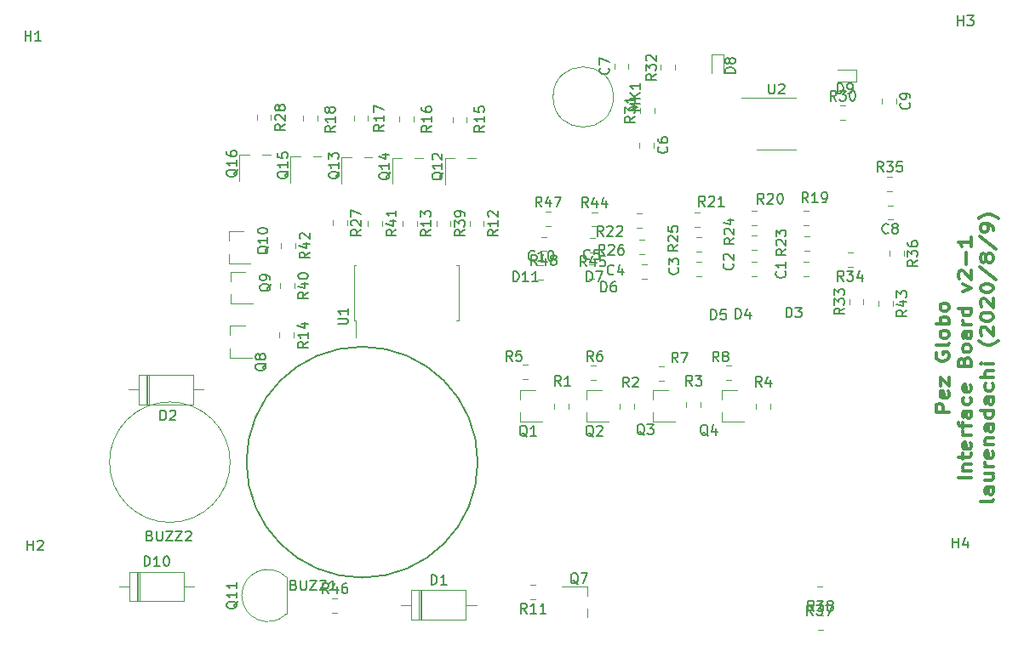
<source format=gbr>
G04 #@! TF.GenerationSoftware,KiCad,Pcbnew,(5.1.6-0-10_14)*
G04 #@! TF.CreationDate,2020-09-03T14:47:54-04:00*
G04 #@! TF.ProjectId,Pufferfish-Interface-2,50756666-6572-4666-9973-682d496e7465,rev?*
G04 #@! TF.SameCoordinates,Original*
G04 #@! TF.FileFunction,Legend,Top*
G04 #@! TF.FilePolarity,Positive*
%FSLAX46Y46*%
G04 Gerber Fmt 4.6, Leading zero omitted, Abs format (unit mm)*
G04 Created by KiCad (PCBNEW (5.1.6-0-10_14)) date 2020-09-03 14:47:54*
%MOMM*%
%LPD*%
G01*
G04 APERTURE LIST*
%ADD10C,0.300000*%
%ADD11C,0.120000*%
%ADD12C,0.203200*%
%ADD13C,0.150000*%
G04 APERTURE END LIST*
D10*
X74369523Y-34392857D02*
X73099523Y-34392857D01*
X73099523Y-33821428D01*
X73160000Y-33678571D01*
X73220476Y-33607142D01*
X73341428Y-33535714D01*
X73522857Y-33535714D01*
X73643809Y-33607142D01*
X73704285Y-33678571D01*
X73764761Y-33821428D01*
X73764761Y-34392857D01*
X74309047Y-32321428D02*
X74369523Y-32464285D01*
X74369523Y-32750000D01*
X74309047Y-32892857D01*
X74188095Y-32964285D01*
X73704285Y-32964285D01*
X73583333Y-32892857D01*
X73522857Y-32750000D01*
X73522857Y-32464285D01*
X73583333Y-32321428D01*
X73704285Y-32250000D01*
X73825238Y-32250000D01*
X73946190Y-32964285D01*
X73522857Y-31750000D02*
X73522857Y-30964285D01*
X74369523Y-31750000D01*
X74369523Y-30964285D01*
X73160000Y-28464285D02*
X73099523Y-28607142D01*
X73099523Y-28821428D01*
X73160000Y-29035714D01*
X73280952Y-29178571D01*
X73401904Y-29250000D01*
X73643809Y-29321428D01*
X73825238Y-29321428D01*
X74067142Y-29250000D01*
X74188095Y-29178571D01*
X74309047Y-29035714D01*
X74369523Y-28821428D01*
X74369523Y-28678571D01*
X74309047Y-28464285D01*
X74248571Y-28392857D01*
X73825238Y-28392857D01*
X73825238Y-28678571D01*
X74369523Y-27535714D02*
X74309047Y-27678571D01*
X74188095Y-27750000D01*
X73099523Y-27750000D01*
X74369523Y-26750000D02*
X74309047Y-26892857D01*
X74248571Y-26964285D01*
X74127619Y-27035714D01*
X73764761Y-27035714D01*
X73643809Y-26964285D01*
X73583333Y-26892857D01*
X73522857Y-26750000D01*
X73522857Y-26535714D01*
X73583333Y-26392857D01*
X73643809Y-26321428D01*
X73764761Y-26250000D01*
X74127619Y-26250000D01*
X74248571Y-26321428D01*
X74309047Y-26392857D01*
X74369523Y-26535714D01*
X74369523Y-26750000D01*
X74369523Y-25607142D02*
X73099523Y-25607142D01*
X73583333Y-25607142D02*
X73522857Y-25464285D01*
X73522857Y-25178571D01*
X73583333Y-25035714D01*
X73643809Y-24964285D01*
X73764761Y-24892857D01*
X74127619Y-24892857D01*
X74248571Y-24964285D01*
X74309047Y-25035714D01*
X74369523Y-25178571D01*
X74369523Y-25464285D01*
X74309047Y-25607142D01*
X74369523Y-24035714D02*
X74309047Y-24178571D01*
X74248571Y-24250000D01*
X74127619Y-24321428D01*
X73764761Y-24321428D01*
X73643809Y-24250000D01*
X73583333Y-24178571D01*
X73522857Y-24035714D01*
X73522857Y-23821428D01*
X73583333Y-23678571D01*
X73643809Y-23607142D01*
X73764761Y-23535714D01*
X74127619Y-23535714D01*
X74248571Y-23607142D01*
X74309047Y-23678571D01*
X74369523Y-23821428D01*
X74369523Y-24035714D01*
X76574523Y-40928571D02*
X75304523Y-40928571D01*
X75727857Y-40214285D02*
X76574523Y-40214285D01*
X75848809Y-40214285D02*
X75788333Y-40142857D01*
X75727857Y-40000000D01*
X75727857Y-39785714D01*
X75788333Y-39642857D01*
X75909285Y-39571428D01*
X76574523Y-39571428D01*
X75727857Y-39071428D02*
X75727857Y-38500000D01*
X75304523Y-38857142D02*
X76393095Y-38857142D01*
X76514047Y-38785714D01*
X76574523Y-38642857D01*
X76574523Y-38500000D01*
X76514047Y-37428571D02*
X76574523Y-37571428D01*
X76574523Y-37857142D01*
X76514047Y-38000000D01*
X76393095Y-38071428D01*
X75909285Y-38071428D01*
X75788333Y-38000000D01*
X75727857Y-37857142D01*
X75727857Y-37571428D01*
X75788333Y-37428571D01*
X75909285Y-37357142D01*
X76030238Y-37357142D01*
X76151190Y-38071428D01*
X76574523Y-36714285D02*
X75727857Y-36714285D01*
X75969761Y-36714285D02*
X75848809Y-36642857D01*
X75788333Y-36571428D01*
X75727857Y-36428571D01*
X75727857Y-36285714D01*
X75727857Y-36000000D02*
X75727857Y-35428571D01*
X76574523Y-35785714D02*
X75485952Y-35785714D01*
X75365000Y-35714285D01*
X75304523Y-35571428D01*
X75304523Y-35428571D01*
X76574523Y-34285714D02*
X75909285Y-34285714D01*
X75788333Y-34357142D01*
X75727857Y-34500000D01*
X75727857Y-34785714D01*
X75788333Y-34928571D01*
X76514047Y-34285714D02*
X76574523Y-34428571D01*
X76574523Y-34785714D01*
X76514047Y-34928571D01*
X76393095Y-35000000D01*
X76272142Y-35000000D01*
X76151190Y-34928571D01*
X76090714Y-34785714D01*
X76090714Y-34428571D01*
X76030238Y-34285714D01*
X76514047Y-32928571D02*
X76574523Y-33071428D01*
X76574523Y-33357142D01*
X76514047Y-33500000D01*
X76453571Y-33571428D01*
X76332619Y-33642857D01*
X75969761Y-33642857D01*
X75848809Y-33571428D01*
X75788333Y-33500000D01*
X75727857Y-33357142D01*
X75727857Y-33071428D01*
X75788333Y-32928571D01*
X76514047Y-31714285D02*
X76574523Y-31857142D01*
X76574523Y-32142857D01*
X76514047Y-32285714D01*
X76393095Y-32357142D01*
X75909285Y-32357142D01*
X75788333Y-32285714D01*
X75727857Y-32142857D01*
X75727857Y-31857142D01*
X75788333Y-31714285D01*
X75909285Y-31642857D01*
X76030238Y-31642857D01*
X76151190Y-32357142D01*
X75909285Y-29357142D02*
X75969761Y-29142857D01*
X76030238Y-29071428D01*
X76151190Y-29000000D01*
X76332619Y-29000000D01*
X76453571Y-29071428D01*
X76514047Y-29142857D01*
X76574523Y-29285714D01*
X76574523Y-29857142D01*
X75304523Y-29857142D01*
X75304523Y-29357142D01*
X75365000Y-29214285D01*
X75425476Y-29142857D01*
X75546428Y-29071428D01*
X75667380Y-29071428D01*
X75788333Y-29142857D01*
X75848809Y-29214285D01*
X75909285Y-29357142D01*
X75909285Y-29857142D01*
X76574523Y-28142857D02*
X76514047Y-28285714D01*
X76453571Y-28357142D01*
X76332619Y-28428571D01*
X75969761Y-28428571D01*
X75848809Y-28357142D01*
X75788333Y-28285714D01*
X75727857Y-28142857D01*
X75727857Y-27928571D01*
X75788333Y-27785714D01*
X75848809Y-27714285D01*
X75969761Y-27642857D01*
X76332619Y-27642857D01*
X76453571Y-27714285D01*
X76514047Y-27785714D01*
X76574523Y-27928571D01*
X76574523Y-28142857D01*
X76574523Y-26357142D02*
X75909285Y-26357142D01*
X75788333Y-26428571D01*
X75727857Y-26571428D01*
X75727857Y-26857142D01*
X75788333Y-27000000D01*
X76514047Y-26357142D02*
X76574523Y-26500000D01*
X76574523Y-26857142D01*
X76514047Y-27000000D01*
X76393095Y-27071428D01*
X76272142Y-27071428D01*
X76151190Y-27000000D01*
X76090714Y-26857142D01*
X76090714Y-26500000D01*
X76030238Y-26357142D01*
X76574523Y-25642857D02*
X75727857Y-25642857D01*
X75969761Y-25642857D02*
X75848809Y-25571428D01*
X75788333Y-25500000D01*
X75727857Y-25357142D01*
X75727857Y-25214285D01*
X76574523Y-24071428D02*
X75304523Y-24071428D01*
X76514047Y-24071428D02*
X76574523Y-24214285D01*
X76574523Y-24500000D01*
X76514047Y-24642857D01*
X76453571Y-24714285D01*
X76332619Y-24785714D01*
X75969761Y-24785714D01*
X75848809Y-24714285D01*
X75788333Y-24642857D01*
X75727857Y-24500000D01*
X75727857Y-24214285D01*
X75788333Y-24071428D01*
X75727857Y-22357142D02*
X76574523Y-22000000D01*
X75727857Y-21642857D01*
X75425476Y-21142857D02*
X75365000Y-21071428D01*
X75304523Y-20928571D01*
X75304523Y-20571428D01*
X75365000Y-20428571D01*
X75425476Y-20357142D01*
X75546428Y-20285714D01*
X75667380Y-20285714D01*
X75848809Y-20357142D01*
X76574523Y-21214285D01*
X76574523Y-20285714D01*
X76090714Y-19642857D02*
X76090714Y-18500000D01*
X76574523Y-17000000D02*
X76574523Y-17857142D01*
X76574523Y-17428571D02*
X75304523Y-17428571D01*
X75485952Y-17571428D01*
X75606904Y-17714285D01*
X75667380Y-17857142D01*
X78779523Y-43107142D02*
X78719047Y-43250000D01*
X78598095Y-43321428D01*
X77509523Y-43321428D01*
X78779523Y-41892857D02*
X78114285Y-41892857D01*
X77993333Y-41964285D01*
X77932857Y-42107142D01*
X77932857Y-42392857D01*
X77993333Y-42535714D01*
X78719047Y-41892857D02*
X78779523Y-42035714D01*
X78779523Y-42392857D01*
X78719047Y-42535714D01*
X78598095Y-42607142D01*
X78477142Y-42607142D01*
X78356190Y-42535714D01*
X78295714Y-42392857D01*
X78295714Y-42035714D01*
X78235238Y-41892857D01*
X77932857Y-40535714D02*
X78779523Y-40535714D01*
X77932857Y-41178571D02*
X78598095Y-41178571D01*
X78719047Y-41107142D01*
X78779523Y-40964285D01*
X78779523Y-40750000D01*
X78719047Y-40607142D01*
X78658571Y-40535714D01*
X78779523Y-39821428D02*
X77932857Y-39821428D01*
X78174761Y-39821428D02*
X78053809Y-39750000D01*
X77993333Y-39678571D01*
X77932857Y-39535714D01*
X77932857Y-39392857D01*
X78719047Y-38321428D02*
X78779523Y-38464285D01*
X78779523Y-38750000D01*
X78719047Y-38892857D01*
X78598095Y-38964285D01*
X78114285Y-38964285D01*
X77993333Y-38892857D01*
X77932857Y-38750000D01*
X77932857Y-38464285D01*
X77993333Y-38321428D01*
X78114285Y-38250000D01*
X78235238Y-38250000D01*
X78356190Y-38964285D01*
X77932857Y-37607142D02*
X78779523Y-37607142D01*
X78053809Y-37607142D02*
X77993333Y-37535714D01*
X77932857Y-37392857D01*
X77932857Y-37178571D01*
X77993333Y-37035714D01*
X78114285Y-36964285D01*
X78779523Y-36964285D01*
X78779523Y-35607142D02*
X78114285Y-35607142D01*
X77993333Y-35678571D01*
X77932857Y-35821428D01*
X77932857Y-36107142D01*
X77993333Y-36250000D01*
X78719047Y-35607142D02*
X78779523Y-35750000D01*
X78779523Y-36107142D01*
X78719047Y-36250000D01*
X78598095Y-36321428D01*
X78477142Y-36321428D01*
X78356190Y-36250000D01*
X78295714Y-36107142D01*
X78295714Y-35750000D01*
X78235238Y-35607142D01*
X78779523Y-34250000D02*
X77509523Y-34250000D01*
X78719047Y-34250000D02*
X78779523Y-34392857D01*
X78779523Y-34678571D01*
X78719047Y-34821428D01*
X78658571Y-34892857D01*
X78537619Y-34964285D01*
X78174761Y-34964285D01*
X78053809Y-34892857D01*
X77993333Y-34821428D01*
X77932857Y-34678571D01*
X77932857Y-34392857D01*
X77993333Y-34250000D01*
X78779523Y-32892857D02*
X78114285Y-32892857D01*
X77993333Y-32964285D01*
X77932857Y-33107142D01*
X77932857Y-33392857D01*
X77993333Y-33535714D01*
X78719047Y-32892857D02*
X78779523Y-33035714D01*
X78779523Y-33392857D01*
X78719047Y-33535714D01*
X78598095Y-33607142D01*
X78477142Y-33607142D01*
X78356190Y-33535714D01*
X78295714Y-33392857D01*
X78295714Y-33035714D01*
X78235238Y-32892857D01*
X78719047Y-31535714D02*
X78779523Y-31678571D01*
X78779523Y-31964285D01*
X78719047Y-32107142D01*
X78658571Y-32178571D01*
X78537619Y-32250000D01*
X78174761Y-32250000D01*
X78053809Y-32178571D01*
X77993333Y-32107142D01*
X77932857Y-31964285D01*
X77932857Y-31678571D01*
X77993333Y-31535714D01*
X78779523Y-30892857D02*
X77509523Y-30892857D01*
X78779523Y-30250000D02*
X78114285Y-30250000D01*
X77993333Y-30321428D01*
X77932857Y-30464285D01*
X77932857Y-30678571D01*
X77993333Y-30821428D01*
X78053809Y-30892857D01*
X78779523Y-29535714D02*
X77932857Y-29535714D01*
X77509523Y-29535714D02*
X77570000Y-29607142D01*
X77630476Y-29535714D01*
X77570000Y-29464285D01*
X77509523Y-29535714D01*
X77630476Y-29535714D01*
X79263333Y-27250000D02*
X79202857Y-27321428D01*
X79021428Y-27464285D01*
X78900476Y-27535714D01*
X78719047Y-27607142D01*
X78416666Y-27678571D01*
X78174761Y-27678571D01*
X77872380Y-27607142D01*
X77690952Y-27535714D01*
X77570000Y-27464285D01*
X77388571Y-27321428D01*
X77328095Y-27250000D01*
X77630476Y-26750000D02*
X77570000Y-26678571D01*
X77509523Y-26535714D01*
X77509523Y-26178571D01*
X77570000Y-26035714D01*
X77630476Y-25964285D01*
X77751428Y-25892857D01*
X77872380Y-25892857D01*
X78053809Y-25964285D01*
X78779523Y-26821428D01*
X78779523Y-25892857D01*
X77509523Y-24964285D02*
X77509523Y-24821428D01*
X77570000Y-24678571D01*
X77630476Y-24607142D01*
X77751428Y-24535714D01*
X77993333Y-24464285D01*
X78295714Y-24464285D01*
X78537619Y-24535714D01*
X78658571Y-24607142D01*
X78719047Y-24678571D01*
X78779523Y-24821428D01*
X78779523Y-24964285D01*
X78719047Y-25107142D01*
X78658571Y-25178571D01*
X78537619Y-25250000D01*
X78295714Y-25321428D01*
X77993333Y-25321428D01*
X77751428Y-25250000D01*
X77630476Y-25178571D01*
X77570000Y-25107142D01*
X77509523Y-24964285D01*
X77630476Y-23892857D02*
X77570000Y-23821428D01*
X77509523Y-23678571D01*
X77509523Y-23321428D01*
X77570000Y-23178571D01*
X77630476Y-23107142D01*
X77751428Y-23035714D01*
X77872380Y-23035714D01*
X78053809Y-23107142D01*
X78779523Y-23964285D01*
X78779523Y-23035714D01*
X77509523Y-22107142D02*
X77509523Y-21964285D01*
X77570000Y-21821428D01*
X77630476Y-21750000D01*
X77751428Y-21678571D01*
X77993333Y-21607142D01*
X78295714Y-21607142D01*
X78537619Y-21678571D01*
X78658571Y-21750000D01*
X78719047Y-21821428D01*
X78779523Y-21964285D01*
X78779523Y-22107142D01*
X78719047Y-22250000D01*
X78658571Y-22321428D01*
X78537619Y-22392857D01*
X78295714Y-22464285D01*
X77993333Y-22464285D01*
X77751428Y-22392857D01*
X77630476Y-22321428D01*
X77570000Y-22250000D01*
X77509523Y-22107142D01*
X77449047Y-19892857D02*
X79081904Y-21178571D01*
X78053809Y-19178571D02*
X77993333Y-19321428D01*
X77932857Y-19392857D01*
X77811904Y-19464285D01*
X77751428Y-19464285D01*
X77630476Y-19392857D01*
X77570000Y-19321428D01*
X77509523Y-19178571D01*
X77509523Y-18892857D01*
X77570000Y-18750000D01*
X77630476Y-18678571D01*
X77751428Y-18607142D01*
X77811904Y-18607142D01*
X77932857Y-18678571D01*
X77993333Y-18750000D01*
X78053809Y-18892857D01*
X78053809Y-19178571D01*
X78114285Y-19321428D01*
X78174761Y-19392857D01*
X78295714Y-19464285D01*
X78537619Y-19464285D01*
X78658571Y-19392857D01*
X78719047Y-19321428D01*
X78779523Y-19178571D01*
X78779523Y-18892857D01*
X78719047Y-18750000D01*
X78658571Y-18678571D01*
X78537619Y-18607142D01*
X78295714Y-18607142D01*
X78174761Y-18678571D01*
X78114285Y-18750000D01*
X78053809Y-18892857D01*
X77449047Y-16892857D02*
X79081904Y-18178571D01*
X78779523Y-16321428D02*
X78779523Y-16035714D01*
X78719047Y-15892857D01*
X78658571Y-15821428D01*
X78477142Y-15678571D01*
X78235238Y-15607142D01*
X77751428Y-15607142D01*
X77630476Y-15678571D01*
X77570000Y-15750000D01*
X77509523Y-15892857D01*
X77509523Y-16178571D01*
X77570000Y-16321428D01*
X77630476Y-16392857D01*
X77751428Y-16464285D01*
X78053809Y-16464285D01*
X78174761Y-16392857D01*
X78235238Y-16321428D01*
X78295714Y-16178571D01*
X78295714Y-15892857D01*
X78235238Y-15750000D01*
X78174761Y-15678571D01*
X78053809Y-15607142D01*
X79263333Y-15107142D02*
X79202857Y-15035714D01*
X79021428Y-14892857D01*
X78900476Y-14821428D01*
X78719047Y-14750000D01*
X78416666Y-14678571D01*
X78174761Y-14678571D01*
X77872380Y-14750000D01*
X77690952Y-14821428D01*
X77570000Y-14892857D01*
X77388571Y-15035714D01*
X77328095Y-15107142D01*
D11*
X-7154620Y-50275980D02*
X-7154620Y-53215980D01*
X-7154620Y-53215980D02*
X-1714620Y-53215980D01*
X-1714620Y-53215980D02*
X-1714620Y-50275980D01*
X-1714620Y-50275980D02*
X-7154620Y-50275980D01*
X-8174620Y-51745980D02*
X-7154620Y-51745980D01*
X-694620Y-51745980D02*
X-1714620Y-51745980D01*
X-6254620Y-50275980D02*
X-6254620Y-53215980D01*
X-6134620Y-50275980D02*
X-6134620Y-53215980D01*
X-6374620Y-50275980D02*
X-6374620Y-53215980D01*
X38571422Y-19680000D02*
X39088578Y-19680000D01*
X38571422Y-21100000D02*
X39088578Y-21100000D01*
X39208578Y-18470000D02*
X38691422Y-18470000D01*
X39208578Y-17050000D02*
X38691422Y-17050000D01*
X38870122Y-14474120D02*
X39387278Y-14474120D01*
X38870122Y-15894120D02*
X39387278Y-15894120D01*
X25590960Y-22496780D02*
X25590960Y-19736780D01*
X25590960Y-19736780D02*
X25385960Y-19736780D01*
X25590960Y-22496780D02*
X25590960Y-25256780D01*
X25590960Y-25256780D02*
X25385960Y-25256780D01*
X15170960Y-22496780D02*
X15170960Y-19736780D01*
X15170960Y-19736780D02*
X15375960Y-19736780D01*
X15170960Y-22496780D02*
X15170960Y-25256780D01*
X15170960Y-25256780D02*
X15375960Y-25256780D01*
X15375960Y-25256780D02*
X15375960Y-26946780D01*
X34318578Y-18340000D02*
X33801422Y-18340000D01*
X34318578Y-16920000D02*
X33801422Y-16920000D01*
X34248922Y-14430000D02*
X34766078Y-14430000D01*
X34248922Y-15850000D02*
X34766078Y-15850000D01*
X68790000Y-23331422D02*
X68790000Y-23848578D01*
X67370000Y-23331422D02*
X67370000Y-23848578D01*
X6940620Y-4795782D02*
X6940620Y-5312938D01*
X5520620Y-4795782D02*
X5520620Y-5312938D01*
X33526902Y-19791500D02*
X34044058Y-19791500D01*
X33526902Y-21211500D02*
X34044058Y-21211500D01*
X2880000Y-39370000D02*
G75*
G03*
X2880000Y-39370000I-6000000J0D01*
G01*
X41000000Y-3000000D02*
G75*
G03*
X41000000Y-3000000I-3000000J0D01*
G01*
X57220000Y-8200000D02*
X59170000Y-8200000D01*
X57220000Y-8200000D02*
X55270000Y-8200000D01*
X57220000Y-3080000D02*
X59170000Y-3080000D01*
X57220000Y-3080000D02*
X53770000Y-3080000D01*
X13033922Y-52920000D02*
X13551078Y-52920000D01*
X13033922Y-54340000D02*
X13551078Y-54340000D01*
X9381560Y-17552142D02*
X9381560Y-18069298D01*
X7961560Y-17552142D02*
X7961560Y-18069298D01*
X18004860Y-15311622D02*
X18004860Y-15828778D01*
X16584860Y-15311622D02*
X16584860Y-15828778D01*
X9249480Y-21549862D02*
X9249480Y-22067018D01*
X7829480Y-21549862D02*
X7829480Y-22067018D01*
X24814600Y-15337022D02*
X24814600Y-15854178D01*
X23394600Y-15337022D02*
X23394600Y-15854178D01*
X61318922Y-54670000D02*
X61836078Y-54670000D01*
X61318922Y-56090000D02*
X61836078Y-56090000D01*
X61756078Y-53210000D02*
X61238922Y-53210000D01*
X61756078Y-51790000D02*
X61238922Y-51790000D01*
X69870000Y-18341422D02*
X69870000Y-18858578D01*
X68450000Y-18341422D02*
X68450000Y-18858578D01*
X68223922Y-10930000D02*
X68741078Y-10930000D01*
X68223922Y-12350000D02*
X68741078Y-12350000D01*
X64808578Y-19930000D02*
X64291422Y-19930000D01*
X64808578Y-18510000D02*
X64291422Y-18510000D01*
X64450000Y-23648578D02*
X64450000Y-23131422D01*
X65870000Y-23648578D02*
X65870000Y-23131422D01*
X45730000Y-318578D02*
X45730000Y198578D01*
X47150000Y-318578D02*
X47150000Y198578D01*
X43641180Y-4568578D02*
X43641180Y-4051422D01*
X45061180Y-4568578D02*
X45061180Y-4051422D01*
X63551422Y-3860000D02*
X64068578Y-3860000D01*
X63551422Y-5280000D02*
X64068578Y-5280000D01*
X14514900Y-15283682D02*
X14514900Y-15800838D01*
X13094900Y-15283682D02*
X13094900Y-15800838D01*
X9211380Y-26474682D02*
X9211380Y-26991838D01*
X7791380Y-26474682D02*
X7791380Y-26991838D01*
X21436400Y-15337022D02*
X21436400Y-15854178D01*
X20016400Y-15337022D02*
X20016400Y-15854178D01*
X28108980Y-15337022D02*
X28108980Y-15854178D01*
X26688980Y-15337022D02*
X26688980Y-15854178D01*
X6070360Y-8774060D02*
X6870360Y-8774060D01*
X3820360Y-11374060D02*
X3820360Y-8774060D01*
X3820360Y-8774060D02*
X4770360Y-8774060D01*
X11142740Y-8944240D02*
X11942740Y-8944240D01*
X8892740Y-11544240D02*
X8892740Y-8944240D01*
X8892740Y-8944240D02*
X9842740Y-8944240D01*
X21244320Y-9058540D02*
X22044320Y-9058540D01*
X18994320Y-11658540D02*
X18994320Y-9058540D01*
X18994320Y-9058540D02*
X19944320Y-9058540D01*
X16212580Y-8984880D02*
X17012580Y-8984880D01*
X13962580Y-11584880D02*
X13962580Y-8984880D01*
X13962580Y-8984880D02*
X14912580Y-8984880D01*
X26509740Y-9081400D02*
X27309740Y-9081400D01*
X24259740Y-11681400D02*
X24259740Y-9081400D01*
X24259740Y-9081400D02*
X25209740Y-9081400D01*
X8468478Y-50811522D02*
G75*
G03*
X4030000Y-52650000I-1838478J-1838478D01*
G01*
X8468478Y-54488478D02*
G75*
G02*
X4030000Y-52650000I-1838478J1838478D01*
G01*
X8480000Y-54450000D02*
X8480000Y-50850000D01*
X65170000Y-1460000D02*
X65170000Y-260000D01*
X63320000Y-1460000D02*
X65170000Y-1460000D01*
X63320000Y-260000D02*
X65170000Y-260000D01*
X51950000Y1260000D02*
X50750000Y1260000D01*
X51950000Y-590000D02*
X51950000Y1260000D01*
X50750000Y-590000D02*
X50750000Y1260000D01*
X69130000Y-3161422D02*
X69130000Y-3678578D01*
X67710000Y-3161422D02*
X67710000Y-3678578D01*
X68781078Y-15210000D02*
X68263922Y-15210000D01*
X68781078Y-13790000D02*
X68263922Y-13790000D01*
X41080000Y-208578D02*
X41080000Y308578D01*
X42500000Y-208578D02*
X42500000Y308578D01*
X45007840Y-7531222D02*
X45007840Y-8048378D01*
X43587840Y-7531222D02*
X43587840Y-8048378D01*
X38442000Y-53990000D02*
X38442000Y-54790000D01*
X35842000Y-51740000D02*
X38442000Y-51740000D01*
X38442000Y-51740000D02*
X38442000Y-52690000D01*
X44068578Y-18620000D02*
X43551422Y-18620000D01*
X44068578Y-17200000D02*
X43551422Y-17200000D01*
X49778578Y-18420000D02*
X49261422Y-18420000D01*
X49778578Y-17000000D02*
X49261422Y-17000000D01*
X55229258Y-18210000D02*
X54712102Y-18210000D01*
X55229258Y-16790000D02*
X54712102Y-16790000D01*
X60499998Y-18281720D02*
X59982842Y-18281720D01*
X60499998Y-16861720D02*
X59982842Y-16861720D01*
X43332662Y-14568100D02*
X43849818Y-14568100D01*
X43332662Y-15988100D02*
X43849818Y-15988100D01*
X49035202Y-14507140D02*
X49552358Y-14507140D01*
X49035202Y-15927140D02*
X49552358Y-15927140D01*
X54712102Y-14321720D02*
X55229258Y-14321720D01*
X54712102Y-15741720D02*
X55229258Y-15741720D01*
X59885842Y-14321720D02*
X60402998Y-14321720D01*
X59885842Y-15741720D02*
X60402998Y-15741720D01*
X11588820Y-4864602D02*
X11588820Y-5381758D01*
X10168820Y-4864602D02*
X10168820Y-5381758D01*
X16595160Y-4836422D02*
X16595160Y-5353578D01*
X15175160Y-4836422D02*
X15175160Y-5353578D01*
X21149380Y-4943102D02*
X21149380Y-5460258D01*
X19729380Y-4943102D02*
X19729380Y-5460258D01*
X26412260Y-4991602D02*
X26412260Y-5508758D01*
X24992260Y-4991602D02*
X24992260Y-5508758D01*
X33278578Y-53034000D02*
X32761422Y-53034000D01*
X33278578Y-51614000D02*
X32761422Y-51614000D01*
X52757598Y-31190000D02*
X52240442Y-31190000D01*
X52757598Y-29770000D02*
X52240442Y-29770000D01*
X46057078Y-31228100D02*
X45539922Y-31228100D01*
X46057078Y-29808100D02*
X45539922Y-29808100D01*
X39267898Y-31149360D02*
X38750742Y-31149360D01*
X39267898Y-29729360D02*
X38750742Y-29729360D01*
X32506658Y-31070620D02*
X31989502Y-31070620D01*
X32506658Y-29650620D02*
X31989502Y-29650620D01*
X55170000Y-34040578D02*
X55170000Y-33523422D01*
X56590000Y-34040578D02*
X56590000Y-33523422D01*
X48266280Y-33933898D02*
X48266280Y-33416742D01*
X49686280Y-33933898D02*
X49686280Y-33416742D01*
X41631800Y-34040578D02*
X41631800Y-33523422D01*
X43051800Y-34040578D02*
X43051800Y-33523422D01*
X35104000Y-34040578D02*
X35104000Y-33523422D01*
X36524000Y-34040578D02*
X36524000Y-33523422D01*
X2729960Y-16385420D02*
X2729960Y-17315420D01*
X2729960Y-19545420D02*
X2729960Y-18615420D01*
X2729960Y-19545420D02*
X4889960Y-19545420D01*
X2729960Y-16385420D02*
X4189960Y-16385420D01*
X2931380Y-20441760D02*
X2931380Y-21371760D01*
X2931380Y-23601760D02*
X2931380Y-22671760D01*
X2931380Y-23601760D02*
X5091380Y-23601760D01*
X2931380Y-20441760D02*
X4391380Y-20441760D01*
X2869660Y-25791040D02*
X2869660Y-26721040D01*
X2869660Y-28951040D02*
X2869660Y-28021040D01*
X2869660Y-28951040D02*
X5029660Y-28951040D01*
X2869660Y-25791040D02*
X4329660Y-25791040D01*
X51818000Y-32202000D02*
X51818000Y-33132000D01*
X51818000Y-35362000D02*
X51818000Y-34432000D01*
X51818000Y-35362000D02*
X53978000Y-35362000D01*
X51818000Y-32202000D02*
X53278000Y-32202000D01*
X44960000Y-32202000D02*
X44960000Y-33132000D01*
X44960000Y-35362000D02*
X44960000Y-34432000D01*
X44960000Y-35362000D02*
X47120000Y-35362000D01*
X44960000Y-32202000D02*
X46420000Y-32202000D01*
X38356000Y-32202000D02*
X38356000Y-33132000D01*
X38356000Y-35362000D02*
X38356000Y-34432000D01*
X38356000Y-35362000D02*
X40516000Y-35362000D01*
X38356000Y-32202000D02*
X39816000Y-32202000D01*
X31752000Y-32202000D02*
X31752000Y-33132000D01*
X31752000Y-35362000D02*
X31752000Y-34432000D01*
X31752000Y-35362000D02*
X33912000Y-35362000D01*
X31752000Y-32202000D02*
X33212000Y-32202000D01*
X-6250000Y-30660000D02*
X-6250000Y-33600000D01*
X-6250000Y-33600000D02*
X-810000Y-33600000D01*
X-810000Y-33600000D02*
X-810000Y-30660000D01*
X-810000Y-30660000D02*
X-6250000Y-30660000D01*
X-7270000Y-32130000D02*
X-6250000Y-32130000D01*
X210000Y-32130000D02*
X-810000Y-32130000D01*
X-5350000Y-30660000D02*
X-5350000Y-33600000D01*
X-5230000Y-30660000D02*
X-5230000Y-33600000D01*
X-5470000Y-30660000D02*
X-5470000Y-33600000D01*
X20902000Y-52124000D02*
X20902000Y-55064000D01*
X20902000Y-55064000D02*
X26342000Y-55064000D01*
X26342000Y-55064000D02*
X26342000Y-52124000D01*
X26342000Y-52124000D02*
X20902000Y-52124000D01*
X19882000Y-53594000D02*
X20902000Y-53594000D01*
X27362000Y-53594000D02*
X26342000Y-53594000D01*
X21802000Y-52124000D02*
X21802000Y-55064000D01*
X21922000Y-52124000D02*
X21922000Y-55064000D01*
X21682000Y-52124000D02*
X21682000Y-55064000D01*
X43801422Y-19660000D02*
X44318578Y-19660000D01*
X43801422Y-21080000D02*
X44318578Y-21080000D01*
X49273922Y-19410000D02*
X49791078Y-19410000D01*
X49273922Y-20830000D02*
X49791078Y-20830000D01*
X54712102Y-19401720D02*
X55229258Y-19401720D01*
X54712102Y-20821720D02*
X55229258Y-20821720D01*
X59885842Y-19401720D02*
X60402998Y-19401720D01*
X59885842Y-20821720D02*
X60402998Y-20821720D01*
D12*
X27502000Y-39370000D02*
G75*
G03*
X27502000Y-39370000I-11500000J0D01*
G01*
D13*
X74738095Y-47900380D02*
X74738095Y-46900380D01*
X74738095Y-47376571D02*
X75309523Y-47376571D01*
X75309523Y-47900380D02*
X75309523Y-46900380D01*
X76214285Y-47233714D02*
X76214285Y-47900380D01*
X75976190Y-46852761D02*
X75738095Y-47567047D01*
X76357142Y-47567047D01*
X75238095Y4099619D02*
X75238095Y5099619D01*
X75238095Y4623428D02*
X75809523Y4623428D01*
X75809523Y4099619D02*
X75809523Y5099619D01*
X76190476Y5099619D02*
X76809523Y5099619D01*
X76476190Y4718666D01*
X76619047Y4718666D01*
X76714285Y4671047D01*
X76761904Y4623428D01*
X76809523Y4528190D01*
X76809523Y4290095D01*
X76761904Y4194857D01*
X76714285Y4147238D01*
X76619047Y4099619D01*
X76333333Y4099619D01*
X76238095Y4147238D01*
X76190476Y4194857D01*
X-17261904Y-48150380D02*
X-17261904Y-47150380D01*
X-17261904Y-47626571D02*
X-16690476Y-47626571D01*
X-16690476Y-48150380D02*
X-16690476Y-47150380D01*
X-16261904Y-47245619D02*
X-16214285Y-47198000D01*
X-16119047Y-47150380D01*
X-15880952Y-47150380D01*
X-15785714Y-47198000D01*
X-15738095Y-47245619D01*
X-15690476Y-47340857D01*
X-15690476Y-47436095D01*
X-15738095Y-47578952D01*
X-16309523Y-48150380D01*
X-15690476Y-48150380D01*
X-17511904Y2599619D02*
X-17511904Y3599619D01*
X-17511904Y3123428D02*
X-16940476Y3123428D01*
X-16940476Y2599619D02*
X-16940476Y3599619D01*
X-15940476Y2599619D02*
X-16511904Y2599619D01*
X-16226190Y2599619D02*
X-16226190Y3599619D01*
X-16321428Y3456761D01*
X-16416666Y3361523D01*
X-16511904Y3313904D01*
X-5648905Y-49728360D02*
X-5648905Y-48728360D01*
X-5410810Y-48728360D01*
X-5267953Y-48775980D01*
X-5172715Y-48871218D01*
X-5125096Y-48966456D01*
X-5077477Y-49156932D01*
X-5077477Y-49299789D01*
X-5125096Y-49490265D01*
X-5172715Y-49585503D01*
X-5267953Y-49680741D01*
X-5410810Y-49728360D01*
X-5648905Y-49728360D01*
X-4125096Y-49728360D02*
X-4696524Y-49728360D01*
X-4410810Y-49728360D02*
X-4410810Y-48728360D01*
X-4506048Y-48871218D01*
X-4601286Y-48966456D01*
X-4696524Y-49014075D01*
X-3506048Y-48728360D02*
X-3410810Y-48728360D01*
X-3315572Y-48775980D01*
X-3267953Y-48823599D01*
X-3220334Y-48918837D01*
X-3172715Y-49109313D01*
X-3172715Y-49347408D01*
X-3220334Y-49537884D01*
X-3267953Y-49633122D01*
X-3315572Y-49680741D01*
X-3410810Y-49728360D01*
X-3506048Y-49728360D01*
X-3601286Y-49680741D01*
X-3648905Y-49633122D01*
X-3696524Y-49537884D01*
X-3744143Y-49347408D01*
X-3744143Y-49109313D01*
X-3696524Y-48918837D01*
X-3648905Y-48823599D01*
X-3601286Y-48775980D01*
X-3506048Y-48728360D01*
X38361904Y-21352380D02*
X38361904Y-20352380D01*
X38600000Y-20352380D01*
X38742857Y-20400000D01*
X38838095Y-20495238D01*
X38885714Y-20590476D01*
X38933333Y-20780952D01*
X38933333Y-20923809D01*
X38885714Y-21114285D01*
X38838095Y-21209523D01*
X38742857Y-21304761D01*
X38600000Y-21352380D01*
X38361904Y-21352380D01*
X39266666Y-20352380D02*
X39933333Y-20352380D01*
X39504761Y-21352380D01*
X38663333Y-19097142D02*
X38615714Y-19144761D01*
X38472857Y-19192380D01*
X38377619Y-19192380D01*
X38234761Y-19144761D01*
X38139523Y-19049523D01*
X38091904Y-18954285D01*
X38044285Y-18763809D01*
X38044285Y-18620952D01*
X38091904Y-18430476D01*
X38139523Y-18335238D01*
X38234761Y-18240000D01*
X38377619Y-18192380D01*
X38472857Y-18192380D01*
X38615714Y-18240000D01*
X38663333Y-18287619D01*
X39568095Y-18192380D02*
X39091904Y-18192380D01*
X39044285Y-18668571D01*
X39091904Y-18620952D01*
X39187142Y-18573333D01*
X39425238Y-18573333D01*
X39520476Y-18620952D01*
X39568095Y-18668571D01*
X39615714Y-18763809D01*
X39615714Y-19001904D01*
X39568095Y-19097142D01*
X39520476Y-19144761D01*
X39425238Y-19192380D01*
X39187142Y-19192380D01*
X39091904Y-19144761D01*
X39044285Y-19097142D01*
X38307142Y-19862380D02*
X37973809Y-19386190D01*
X37735714Y-19862380D02*
X37735714Y-18862380D01*
X38116666Y-18862380D01*
X38211904Y-18910000D01*
X38259523Y-18957619D01*
X38307142Y-19052857D01*
X38307142Y-19195714D01*
X38259523Y-19290952D01*
X38211904Y-19338571D01*
X38116666Y-19386190D01*
X37735714Y-19386190D01*
X39164285Y-19195714D02*
X39164285Y-19862380D01*
X38926190Y-18814761D02*
X38688095Y-19529047D01*
X39307142Y-19529047D01*
X40164285Y-18862380D02*
X39688095Y-18862380D01*
X39640476Y-19338571D01*
X39688095Y-19290952D01*
X39783333Y-19243333D01*
X40021428Y-19243333D01*
X40116666Y-19290952D01*
X40164285Y-19338571D01*
X40211904Y-19433809D01*
X40211904Y-19671904D01*
X40164285Y-19767142D01*
X40116666Y-19814761D01*
X40021428Y-19862380D01*
X39783333Y-19862380D01*
X39688095Y-19814761D01*
X39640476Y-19767142D01*
X38485842Y-13986500D02*
X38152509Y-13510310D01*
X37914414Y-13986500D02*
X37914414Y-12986500D01*
X38295366Y-12986500D01*
X38390604Y-13034120D01*
X38438223Y-13081739D01*
X38485842Y-13176977D01*
X38485842Y-13319834D01*
X38438223Y-13415072D01*
X38390604Y-13462691D01*
X38295366Y-13510310D01*
X37914414Y-13510310D01*
X39342985Y-13319834D02*
X39342985Y-13986500D01*
X39104890Y-12938881D02*
X38866795Y-13653167D01*
X39485842Y-13653167D01*
X40295366Y-13319834D02*
X40295366Y-13986500D01*
X40057271Y-12938881D02*
X39819176Y-13653167D01*
X40438223Y-13653167D01*
X13577320Y-25636124D02*
X14386844Y-25636124D01*
X14482082Y-25588505D01*
X14529701Y-25540886D01*
X14577320Y-25445648D01*
X14577320Y-25255172D01*
X14529701Y-25159934D01*
X14482082Y-25112315D01*
X14386844Y-25064696D01*
X13577320Y-25064696D01*
X14577320Y-24064696D02*
X14577320Y-24636124D01*
X14577320Y-24350410D02*
X13577320Y-24350410D01*
X13720178Y-24445648D01*
X13815416Y-24540886D01*
X13863035Y-24636124D01*
X33417142Y-19732380D02*
X33083809Y-19256190D01*
X32845714Y-19732380D02*
X32845714Y-18732380D01*
X33226666Y-18732380D01*
X33321904Y-18780000D01*
X33369523Y-18827619D01*
X33417142Y-18922857D01*
X33417142Y-19065714D01*
X33369523Y-19160952D01*
X33321904Y-19208571D01*
X33226666Y-19256190D01*
X32845714Y-19256190D01*
X34274285Y-19065714D02*
X34274285Y-19732380D01*
X34036190Y-18684761D02*
X33798095Y-19399047D01*
X34417142Y-19399047D01*
X34940952Y-19160952D02*
X34845714Y-19113333D01*
X34798095Y-19065714D01*
X34750476Y-18970476D01*
X34750476Y-18922857D01*
X34798095Y-18827619D01*
X34845714Y-18780000D01*
X34940952Y-18732380D01*
X35131428Y-18732380D01*
X35226666Y-18780000D01*
X35274285Y-18827619D01*
X35321904Y-18922857D01*
X35321904Y-18970476D01*
X35274285Y-19065714D01*
X35226666Y-19113333D01*
X35131428Y-19160952D01*
X34940952Y-19160952D01*
X34845714Y-19208571D01*
X34798095Y-19256190D01*
X34750476Y-19351428D01*
X34750476Y-19541904D01*
X34798095Y-19637142D01*
X34845714Y-19684761D01*
X34940952Y-19732380D01*
X35131428Y-19732380D01*
X35226666Y-19684761D01*
X35274285Y-19637142D01*
X35321904Y-19541904D01*
X35321904Y-19351428D01*
X35274285Y-19256190D01*
X35226666Y-19208571D01*
X35131428Y-19160952D01*
X33864642Y-13942380D02*
X33531309Y-13466190D01*
X33293214Y-13942380D02*
X33293214Y-12942380D01*
X33674166Y-12942380D01*
X33769404Y-12990000D01*
X33817023Y-13037619D01*
X33864642Y-13132857D01*
X33864642Y-13275714D01*
X33817023Y-13370952D01*
X33769404Y-13418571D01*
X33674166Y-13466190D01*
X33293214Y-13466190D01*
X34721785Y-13275714D02*
X34721785Y-13942380D01*
X34483690Y-12894761D02*
X34245595Y-13609047D01*
X34864642Y-13609047D01*
X35150357Y-12942380D02*
X35817023Y-12942380D01*
X35388452Y-13942380D01*
X70182380Y-24232857D02*
X69706190Y-24566190D01*
X70182380Y-24804285D02*
X69182380Y-24804285D01*
X69182380Y-24423333D01*
X69230000Y-24328095D01*
X69277619Y-24280476D01*
X69372857Y-24232857D01*
X69515714Y-24232857D01*
X69610952Y-24280476D01*
X69658571Y-24328095D01*
X69706190Y-24423333D01*
X69706190Y-24804285D01*
X69515714Y-23375714D02*
X70182380Y-23375714D01*
X69134761Y-23613809D02*
X69849047Y-23851904D01*
X69849047Y-23232857D01*
X69182380Y-22947142D02*
X69182380Y-22328095D01*
X69563333Y-22661428D01*
X69563333Y-22518571D01*
X69610952Y-22423333D01*
X69658571Y-22375714D01*
X69753809Y-22328095D01*
X69991904Y-22328095D01*
X70087142Y-22375714D01*
X70134761Y-22423333D01*
X70182380Y-22518571D01*
X70182380Y-22804285D01*
X70134761Y-22899523D01*
X70087142Y-22947142D01*
X8333000Y-5697217D02*
X7856810Y-6030550D01*
X8333000Y-6268645D02*
X7333000Y-6268645D01*
X7333000Y-5887693D01*
X7380620Y-5792455D01*
X7428239Y-5744836D01*
X7523477Y-5697217D01*
X7666334Y-5697217D01*
X7761572Y-5744836D01*
X7809191Y-5792455D01*
X7856810Y-5887693D01*
X7856810Y-6268645D01*
X7428239Y-5316264D02*
X7380620Y-5268645D01*
X7333000Y-5173407D01*
X7333000Y-4935312D01*
X7380620Y-4840074D01*
X7428239Y-4792455D01*
X7523477Y-4744836D01*
X7618715Y-4744836D01*
X7761572Y-4792455D01*
X8333000Y-5363883D01*
X8333000Y-4744836D01*
X7761572Y-4173407D02*
X7713953Y-4268645D01*
X7666334Y-4316264D01*
X7571096Y-4363883D01*
X7523477Y-4363883D01*
X7428239Y-4316264D01*
X7380620Y-4268645D01*
X7333000Y-4173407D01*
X7333000Y-3982931D01*
X7380620Y-3887693D01*
X7428239Y-3840074D01*
X7523477Y-3792455D01*
X7571096Y-3792455D01*
X7666334Y-3840074D01*
X7713953Y-3887693D01*
X7761572Y-3982931D01*
X7761572Y-4173407D01*
X7809191Y-4268645D01*
X7856810Y-4316264D01*
X7952048Y-4363883D01*
X8142524Y-4363883D01*
X8237762Y-4316264D01*
X8285381Y-4268645D01*
X8333000Y-4173407D01*
X8333000Y-3982931D01*
X8285381Y-3887693D01*
X8237762Y-3840074D01*
X8142524Y-3792455D01*
X7952048Y-3792455D01*
X7856810Y-3840074D01*
X7809191Y-3887693D01*
X7761572Y-3982931D01*
X31025714Y-21372380D02*
X31025714Y-20372380D01*
X31263809Y-20372380D01*
X31406666Y-20420000D01*
X31501904Y-20515238D01*
X31549523Y-20610476D01*
X31597142Y-20800952D01*
X31597142Y-20943809D01*
X31549523Y-21134285D01*
X31501904Y-21229523D01*
X31406666Y-21324761D01*
X31263809Y-21372380D01*
X31025714Y-21372380D01*
X32549523Y-21372380D02*
X31978095Y-21372380D01*
X32263809Y-21372380D02*
X32263809Y-20372380D01*
X32168571Y-20515238D01*
X32073333Y-20610476D01*
X31978095Y-20658095D01*
X33501904Y-21372380D02*
X32930476Y-21372380D01*
X33216190Y-21372380D02*
X33216190Y-20372380D01*
X33120952Y-20515238D01*
X33025714Y-20610476D01*
X32930476Y-20658095D01*
X33142622Y-19208642D02*
X33095003Y-19256261D01*
X32952146Y-19303880D01*
X32856908Y-19303880D01*
X32714051Y-19256261D01*
X32618813Y-19161023D01*
X32571194Y-19065785D01*
X32523575Y-18875309D01*
X32523575Y-18732452D01*
X32571194Y-18541976D01*
X32618813Y-18446738D01*
X32714051Y-18351500D01*
X32856908Y-18303880D01*
X32952146Y-18303880D01*
X33095003Y-18351500D01*
X33142622Y-18399119D01*
X34095003Y-19303880D02*
X33523575Y-19303880D01*
X33809289Y-19303880D02*
X33809289Y-18303880D01*
X33714051Y-18446738D01*
X33618813Y-18541976D01*
X33523575Y-18589595D01*
X34714051Y-18303880D02*
X34809289Y-18303880D01*
X34904527Y-18351500D01*
X34952146Y-18399119D01*
X34999765Y-18494357D01*
X35047384Y-18684833D01*
X35047384Y-18922928D01*
X34999765Y-19113404D01*
X34952146Y-19208642D01*
X34904527Y-19256261D01*
X34809289Y-19303880D01*
X34714051Y-19303880D01*
X34618813Y-19256261D01*
X34571194Y-19208642D01*
X34523575Y-19113404D01*
X34475956Y-18922928D01*
X34475956Y-18684833D01*
X34523575Y-18494357D01*
X34571194Y-18399119D01*
X34618813Y-18351500D01*
X34714051Y-18303880D01*
X-5100952Y-46698571D02*
X-4958095Y-46746190D01*
X-4910476Y-46793809D01*
X-4862857Y-46889047D01*
X-4862857Y-47031904D01*
X-4910476Y-47127142D01*
X-4958095Y-47174761D01*
X-5053333Y-47222380D01*
X-5434285Y-47222380D01*
X-5434285Y-46222380D01*
X-5100952Y-46222380D01*
X-5005714Y-46270000D01*
X-4958095Y-46317619D01*
X-4910476Y-46412857D01*
X-4910476Y-46508095D01*
X-4958095Y-46603333D01*
X-5005714Y-46650952D01*
X-5100952Y-46698571D01*
X-5434285Y-46698571D01*
X-4434285Y-46222380D02*
X-4434285Y-47031904D01*
X-4386666Y-47127142D01*
X-4339047Y-47174761D01*
X-4243809Y-47222380D01*
X-4053333Y-47222380D01*
X-3958095Y-47174761D01*
X-3910476Y-47127142D01*
X-3862857Y-47031904D01*
X-3862857Y-46222380D01*
X-3481904Y-46222380D02*
X-2815238Y-46222380D01*
X-3481904Y-47222380D01*
X-2815238Y-47222380D01*
X-2529523Y-46222380D02*
X-1862857Y-46222380D01*
X-2529523Y-47222380D01*
X-1862857Y-47222380D01*
X-1529523Y-46317619D02*
X-1481904Y-46270000D01*
X-1386666Y-46222380D01*
X-1148571Y-46222380D01*
X-1053333Y-46270000D01*
X-1005714Y-46317619D01*
X-958095Y-46412857D01*
X-958095Y-46508095D01*
X-1005714Y-46650952D01*
X-1577142Y-47222380D01*
X-958095Y-47222380D01*
X43652380Y-4309523D02*
X42652380Y-4309523D01*
X43366666Y-3976190D01*
X42652380Y-3642857D01*
X43652380Y-3642857D01*
X43652380Y-3166666D02*
X42652380Y-3166666D01*
X43652380Y-2595238D02*
X43080952Y-3023809D01*
X42652380Y-2595238D02*
X43223809Y-3166666D01*
X43652380Y-1642857D02*
X43652380Y-2214285D01*
X43652380Y-1928571D02*
X42652380Y-1928571D01*
X42795238Y-2023809D01*
X42890476Y-2119047D01*
X42938095Y-2214285D01*
X56458095Y-1692380D02*
X56458095Y-2501904D01*
X56505714Y-2597142D01*
X56553333Y-2644761D01*
X56648571Y-2692380D01*
X56839047Y-2692380D01*
X56934285Y-2644761D01*
X56981904Y-2597142D01*
X57029523Y-2501904D01*
X57029523Y-1692380D01*
X57458095Y-1787619D02*
X57505714Y-1740000D01*
X57600952Y-1692380D01*
X57839047Y-1692380D01*
X57934285Y-1740000D01*
X57981904Y-1787619D01*
X58029523Y-1882857D01*
X58029523Y-1978095D01*
X57981904Y-2120952D01*
X57410476Y-2692380D01*
X58029523Y-2692380D01*
X12649642Y-52432380D02*
X12316309Y-51956190D01*
X12078214Y-52432380D02*
X12078214Y-51432380D01*
X12459166Y-51432380D01*
X12554404Y-51480000D01*
X12602023Y-51527619D01*
X12649642Y-51622857D01*
X12649642Y-51765714D01*
X12602023Y-51860952D01*
X12554404Y-51908571D01*
X12459166Y-51956190D01*
X12078214Y-51956190D01*
X13506785Y-51765714D02*
X13506785Y-52432380D01*
X13268690Y-51384761D02*
X13030595Y-52099047D01*
X13649642Y-52099047D01*
X14459166Y-51432380D02*
X14268690Y-51432380D01*
X14173452Y-51480000D01*
X14125833Y-51527619D01*
X14030595Y-51670476D01*
X13982976Y-51860952D01*
X13982976Y-52241904D01*
X14030595Y-52337142D01*
X14078214Y-52384761D01*
X14173452Y-52432380D01*
X14363928Y-52432380D01*
X14459166Y-52384761D01*
X14506785Y-52337142D01*
X14554404Y-52241904D01*
X14554404Y-52003809D01*
X14506785Y-51908571D01*
X14459166Y-51860952D01*
X14363928Y-51813333D01*
X14173452Y-51813333D01*
X14078214Y-51860952D01*
X14030595Y-51908571D01*
X13982976Y-52003809D01*
X10773940Y-18453577D02*
X10297750Y-18786910D01*
X10773940Y-19025005D02*
X9773940Y-19025005D01*
X9773940Y-18644053D01*
X9821560Y-18548815D01*
X9869179Y-18501196D01*
X9964417Y-18453577D01*
X10107274Y-18453577D01*
X10202512Y-18501196D01*
X10250131Y-18548815D01*
X10297750Y-18644053D01*
X10297750Y-19025005D01*
X10107274Y-17596434D02*
X10773940Y-17596434D01*
X9726321Y-17834529D02*
X10440607Y-18072624D01*
X10440607Y-17453577D01*
X9869179Y-17120243D02*
X9821560Y-17072624D01*
X9773940Y-16977386D01*
X9773940Y-16739291D01*
X9821560Y-16644053D01*
X9869179Y-16596434D01*
X9964417Y-16548815D01*
X10059655Y-16548815D01*
X10202512Y-16596434D01*
X10773940Y-17167862D01*
X10773940Y-16548815D01*
X19397240Y-16213057D02*
X18921050Y-16546390D01*
X19397240Y-16784485D02*
X18397240Y-16784485D01*
X18397240Y-16403533D01*
X18444860Y-16308295D01*
X18492479Y-16260676D01*
X18587717Y-16213057D01*
X18730574Y-16213057D01*
X18825812Y-16260676D01*
X18873431Y-16308295D01*
X18921050Y-16403533D01*
X18921050Y-16784485D01*
X18730574Y-15355914D02*
X19397240Y-15355914D01*
X18349621Y-15594009D02*
X19063907Y-15832104D01*
X19063907Y-15213057D01*
X19397240Y-14308295D02*
X19397240Y-14879723D01*
X19397240Y-14594009D02*
X18397240Y-14594009D01*
X18540098Y-14689247D01*
X18635336Y-14784485D01*
X18682955Y-14879723D01*
X10641860Y-22451297D02*
X10165670Y-22784630D01*
X10641860Y-23022725D02*
X9641860Y-23022725D01*
X9641860Y-22641773D01*
X9689480Y-22546535D01*
X9737099Y-22498916D01*
X9832337Y-22451297D01*
X9975194Y-22451297D01*
X10070432Y-22498916D01*
X10118051Y-22546535D01*
X10165670Y-22641773D01*
X10165670Y-23022725D01*
X9975194Y-21594154D02*
X10641860Y-21594154D01*
X9594241Y-21832249D02*
X10308527Y-22070344D01*
X10308527Y-21451297D01*
X9641860Y-20879868D02*
X9641860Y-20784630D01*
X9689480Y-20689392D01*
X9737099Y-20641773D01*
X9832337Y-20594154D01*
X10022813Y-20546535D01*
X10260908Y-20546535D01*
X10451384Y-20594154D01*
X10546622Y-20641773D01*
X10594241Y-20689392D01*
X10641860Y-20784630D01*
X10641860Y-20879868D01*
X10594241Y-20975106D01*
X10546622Y-21022725D01*
X10451384Y-21070344D01*
X10260908Y-21117963D01*
X10022813Y-21117963D01*
X9832337Y-21070344D01*
X9737099Y-21022725D01*
X9689480Y-20975106D01*
X9641860Y-20879868D01*
X26206980Y-16238457D02*
X25730790Y-16571790D01*
X26206980Y-16809885D02*
X25206980Y-16809885D01*
X25206980Y-16428933D01*
X25254600Y-16333695D01*
X25302219Y-16286076D01*
X25397457Y-16238457D01*
X25540314Y-16238457D01*
X25635552Y-16286076D01*
X25683171Y-16333695D01*
X25730790Y-16428933D01*
X25730790Y-16809885D01*
X25206980Y-15905123D02*
X25206980Y-15286076D01*
X25587933Y-15619409D01*
X25587933Y-15476552D01*
X25635552Y-15381314D01*
X25683171Y-15333695D01*
X25778409Y-15286076D01*
X26016504Y-15286076D01*
X26111742Y-15333695D01*
X26159361Y-15381314D01*
X26206980Y-15476552D01*
X26206980Y-15762266D01*
X26159361Y-15857504D01*
X26111742Y-15905123D01*
X26206980Y-14809885D02*
X26206980Y-14619409D01*
X26159361Y-14524171D01*
X26111742Y-14476552D01*
X25968885Y-14381314D01*
X25778409Y-14333695D01*
X25397457Y-14333695D01*
X25302219Y-14381314D01*
X25254600Y-14428933D01*
X25206980Y-14524171D01*
X25206980Y-14714647D01*
X25254600Y-14809885D01*
X25302219Y-14857504D01*
X25397457Y-14905123D01*
X25635552Y-14905123D01*
X25730790Y-14857504D01*
X25778409Y-14809885D01*
X25826028Y-14714647D01*
X25826028Y-14524171D01*
X25778409Y-14428933D01*
X25730790Y-14381314D01*
X25635552Y-14333695D01*
X60934642Y-54182380D02*
X60601309Y-53706190D01*
X60363214Y-54182380D02*
X60363214Y-53182380D01*
X60744166Y-53182380D01*
X60839404Y-53230000D01*
X60887023Y-53277619D01*
X60934642Y-53372857D01*
X60934642Y-53515714D01*
X60887023Y-53610952D01*
X60839404Y-53658571D01*
X60744166Y-53706190D01*
X60363214Y-53706190D01*
X61267976Y-53182380D02*
X61887023Y-53182380D01*
X61553690Y-53563333D01*
X61696547Y-53563333D01*
X61791785Y-53610952D01*
X61839404Y-53658571D01*
X61887023Y-53753809D01*
X61887023Y-53991904D01*
X61839404Y-54087142D01*
X61791785Y-54134761D01*
X61696547Y-54182380D01*
X61410833Y-54182380D01*
X61315595Y-54134761D01*
X61267976Y-54087142D01*
X62458452Y-53610952D02*
X62363214Y-53563333D01*
X62315595Y-53515714D01*
X62267976Y-53420476D01*
X62267976Y-53372857D01*
X62315595Y-53277619D01*
X62363214Y-53230000D01*
X62458452Y-53182380D01*
X62648928Y-53182380D01*
X62744166Y-53230000D01*
X62791785Y-53277619D01*
X62839404Y-53372857D01*
X62839404Y-53420476D01*
X62791785Y-53515714D01*
X62744166Y-53563333D01*
X62648928Y-53610952D01*
X62458452Y-53610952D01*
X62363214Y-53658571D01*
X62315595Y-53706190D01*
X62267976Y-53801428D01*
X62267976Y-53991904D01*
X62315595Y-54087142D01*
X62363214Y-54134761D01*
X62458452Y-54182380D01*
X62648928Y-54182380D01*
X62744166Y-54134761D01*
X62791785Y-54087142D01*
X62839404Y-53991904D01*
X62839404Y-53801428D01*
X62791785Y-53706190D01*
X62744166Y-53658571D01*
X62648928Y-53610952D01*
X60854642Y-54602380D02*
X60521309Y-54126190D01*
X60283214Y-54602380D02*
X60283214Y-53602380D01*
X60664166Y-53602380D01*
X60759404Y-53650000D01*
X60807023Y-53697619D01*
X60854642Y-53792857D01*
X60854642Y-53935714D01*
X60807023Y-54030952D01*
X60759404Y-54078571D01*
X60664166Y-54126190D01*
X60283214Y-54126190D01*
X61187976Y-53602380D02*
X61807023Y-53602380D01*
X61473690Y-53983333D01*
X61616547Y-53983333D01*
X61711785Y-54030952D01*
X61759404Y-54078571D01*
X61807023Y-54173809D01*
X61807023Y-54411904D01*
X61759404Y-54507142D01*
X61711785Y-54554761D01*
X61616547Y-54602380D01*
X61330833Y-54602380D01*
X61235595Y-54554761D01*
X61187976Y-54507142D01*
X62140357Y-53602380D02*
X62807023Y-53602380D01*
X62378452Y-54602380D01*
X71262380Y-19242857D02*
X70786190Y-19576190D01*
X71262380Y-19814285D02*
X70262380Y-19814285D01*
X70262380Y-19433333D01*
X70310000Y-19338095D01*
X70357619Y-19290476D01*
X70452857Y-19242857D01*
X70595714Y-19242857D01*
X70690952Y-19290476D01*
X70738571Y-19338095D01*
X70786190Y-19433333D01*
X70786190Y-19814285D01*
X70262380Y-18909523D02*
X70262380Y-18290476D01*
X70643333Y-18623809D01*
X70643333Y-18480952D01*
X70690952Y-18385714D01*
X70738571Y-18338095D01*
X70833809Y-18290476D01*
X71071904Y-18290476D01*
X71167142Y-18338095D01*
X71214761Y-18385714D01*
X71262380Y-18480952D01*
X71262380Y-18766666D01*
X71214761Y-18861904D01*
X71167142Y-18909523D01*
X70262380Y-17433333D02*
X70262380Y-17623809D01*
X70310000Y-17719047D01*
X70357619Y-17766666D01*
X70500476Y-17861904D01*
X70690952Y-17909523D01*
X71071904Y-17909523D01*
X71167142Y-17861904D01*
X71214761Y-17814285D01*
X71262380Y-17719047D01*
X71262380Y-17528571D01*
X71214761Y-17433333D01*
X71167142Y-17385714D01*
X71071904Y-17338095D01*
X70833809Y-17338095D01*
X70738571Y-17385714D01*
X70690952Y-17433333D01*
X70643333Y-17528571D01*
X70643333Y-17719047D01*
X70690952Y-17814285D01*
X70738571Y-17861904D01*
X70833809Y-17909523D01*
X67839642Y-10442380D02*
X67506309Y-9966190D01*
X67268214Y-10442380D02*
X67268214Y-9442380D01*
X67649166Y-9442380D01*
X67744404Y-9490000D01*
X67792023Y-9537619D01*
X67839642Y-9632857D01*
X67839642Y-9775714D01*
X67792023Y-9870952D01*
X67744404Y-9918571D01*
X67649166Y-9966190D01*
X67268214Y-9966190D01*
X68172976Y-9442380D02*
X68792023Y-9442380D01*
X68458690Y-9823333D01*
X68601547Y-9823333D01*
X68696785Y-9870952D01*
X68744404Y-9918571D01*
X68792023Y-10013809D01*
X68792023Y-10251904D01*
X68744404Y-10347142D01*
X68696785Y-10394761D01*
X68601547Y-10442380D01*
X68315833Y-10442380D01*
X68220595Y-10394761D01*
X68172976Y-10347142D01*
X69696785Y-9442380D02*
X69220595Y-9442380D01*
X69172976Y-9918571D01*
X69220595Y-9870952D01*
X69315833Y-9823333D01*
X69553928Y-9823333D01*
X69649166Y-9870952D01*
X69696785Y-9918571D01*
X69744404Y-10013809D01*
X69744404Y-10251904D01*
X69696785Y-10347142D01*
X69649166Y-10394761D01*
X69553928Y-10442380D01*
X69315833Y-10442380D01*
X69220595Y-10394761D01*
X69172976Y-10347142D01*
X63907142Y-21322380D02*
X63573809Y-20846190D01*
X63335714Y-21322380D02*
X63335714Y-20322380D01*
X63716666Y-20322380D01*
X63811904Y-20370000D01*
X63859523Y-20417619D01*
X63907142Y-20512857D01*
X63907142Y-20655714D01*
X63859523Y-20750952D01*
X63811904Y-20798571D01*
X63716666Y-20846190D01*
X63335714Y-20846190D01*
X64240476Y-20322380D02*
X64859523Y-20322380D01*
X64526190Y-20703333D01*
X64669047Y-20703333D01*
X64764285Y-20750952D01*
X64811904Y-20798571D01*
X64859523Y-20893809D01*
X64859523Y-21131904D01*
X64811904Y-21227142D01*
X64764285Y-21274761D01*
X64669047Y-21322380D01*
X64383333Y-21322380D01*
X64288095Y-21274761D01*
X64240476Y-21227142D01*
X65716666Y-20655714D02*
X65716666Y-21322380D01*
X65478571Y-20274761D02*
X65240476Y-20989047D01*
X65859523Y-20989047D01*
X63962380Y-24032857D02*
X63486190Y-24366190D01*
X63962380Y-24604285D02*
X62962380Y-24604285D01*
X62962380Y-24223333D01*
X63010000Y-24128095D01*
X63057619Y-24080476D01*
X63152857Y-24032857D01*
X63295714Y-24032857D01*
X63390952Y-24080476D01*
X63438571Y-24128095D01*
X63486190Y-24223333D01*
X63486190Y-24604285D01*
X62962380Y-23699523D02*
X62962380Y-23080476D01*
X63343333Y-23413809D01*
X63343333Y-23270952D01*
X63390952Y-23175714D01*
X63438571Y-23128095D01*
X63533809Y-23080476D01*
X63771904Y-23080476D01*
X63867142Y-23128095D01*
X63914761Y-23175714D01*
X63962380Y-23270952D01*
X63962380Y-23556666D01*
X63914761Y-23651904D01*
X63867142Y-23699523D01*
X62962380Y-22747142D02*
X62962380Y-22128095D01*
X63343333Y-22461428D01*
X63343333Y-22318571D01*
X63390952Y-22223333D01*
X63438571Y-22175714D01*
X63533809Y-22128095D01*
X63771904Y-22128095D01*
X63867142Y-22175714D01*
X63914761Y-22223333D01*
X63962380Y-22318571D01*
X63962380Y-22604285D01*
X63914761Y-22699523D01*
X63867142Y-22747142D01*
X45242380Y-702857D02*
X44766190Y-1036190D01*
X45242380Y-1274285D02*
X44242380Y-1274285D01*
X44242380Y-893333D01*
X44290000Y-798095D01*
X44337619Y-750476D01*
X44432857Y-702857D01*
X44575714Y-702857D01*
X44670952Y-750476D01*
X44718571Y-798095D01*
X44766190Y-893333D01*
X44766190Y-1274285D01*
X44242380Y-369523D02*
X44242380Y249523D01*
X44623333Y-83809D01*
X44623333Y59047D01*
X44670952Y154285D01*
X44718571Y201904D01*
X44813809Y249523D01*
X45051904Y249523D01*
X45147142Y201904D01*
X45194761Y154285D01*
X45242380Y59047D01*
X45242380Y-226666D01*
X45194761Y-321904D01*
X45147142Y-369523D01*
X44337619Y630476D02*
X44290000Y678095D01*
X44242380Y773333D01*
X44242380Y1011428D01*
X44290000Y1106666D01*
X44337619Y1154285D01*
X44432857Y1201904D01*
X44528095Y1201904D01*
X44670952Y1154285D01*
X45242380Y582857D01*
X45242380Y1201904D01*
X43153560Y-4952857D02*
X42677370Y-5286190D01*
X43153560Y-5524285D02*
X42153560Y-5524285D01*
X42153560Y-5143333D01*
X42201180Y-5048095D01*
X42248799Y-5000476D01*
X42344037Y-4952857D01*
X42486894Y-4952857D01*
X42582132Y-5000476D01*
X42629751Y-5048095D01*
X42677370Y-5143333D01*
X42677370Y-5524285D01*
X42153560Y-4619523D02*
X42153560Y-4000476D01*
X42534513Y-4333809D01*
X42534513Y-4190952D01*
X42582132Y-4095714D01*
X42629751Y-4048095D01*
X42724989Y-4000476D01*
X42963084Y-4000476D01*
X43058322Y-4048095D01*
X43105941Y-4095714D01*
X43153560Y-4190952D01*
X43153560Y-4476666D01*
X43105941Y-4571904D01*
X43058322Y-4619523D01*
X43153560Y-3048095D02*
X43153560Y-3619523D01*
X43153560Y-3333809D02*
X42153560Y-3333809D01*
X42296418Y-3429047D01*
X42391656Y-3524285D01*
X42439275Y-3619523D01*
X63167142Y-3372380D02*
X62833809Y-2896190D01*
X62595714Y-3372380D02*
X62595714Y-2372380D01*
X62976666Y-2372380D01*
X63071904Y-2420000D01*
X63119523Y-2467619D01*
X63167142Y-2562857D01*
X63167142Y-2705714D01*
X63119523Y-2800952D01*
X63071904Y-2848571D01*
X62976666Y-2896190D01*
X62595714Y-2896190D01*
X63500476Y-2372380D02*
X64119523Y-2372380D01*
X63786190Y-2753333D01*
X63929047Y-2753333D01*
X64024285Y-2800952D01*
X64071904Y-2848571D01*
X64119523Y-2943809D01*
X64119523Y-3181904D01*
X64071904Y-3277142D01*
X64024285Y-3324761D01*
X63929047Y-3372380D01*
X63643333Y-3372380D01*
X63548095Y-3324761D01*
X63500476Y-3277142D01*
X64738571Y-2372380D02*
X64833809Y-2372380D01*
X64929047Y-2420000D01*
X64976666Y-2467619D01*
X65024285Y-2562857D01*
X65071904Y-2753333D01*
X65071904Y-2991428D01*
X65024285Y-3181904D01*
X64976666Y-3277142D01*
X64929047Y-3324761D01*
X64833809Y-3372380D01*
X64738571Y-3372380D01*
X64643333Y-3324761D01*
X64595714Y-3277142D01*
X64548095Y-3181904D01*
X64500476Y-2991428D01*
X64500476Y-2753333D01*
X64548095Y-2562857D01*
X64595714Y-2467619D01*
X64643333Y-2420000D01*
X64738571Y-2372380D01*
X15907280Y-16185117D02*
X15431090Y-16518450D01*
X15907280Y-16756545D02*
X14907280Y-16756545D01*
X14907280Y-16375593D01*
X14954900Y-16280355D01*
X15002519Y-16232736D01*
X15097757Y-16185117D01*
X15240614Y-16185117D01*
X15335852Y-16232736D01*
X15383471Y-16280355D01*
X15431090Y-16375593D01*
X15431090Y-16756545D01*
X15002519Y-15804164D02*
X14954900Y-15756545D01*
X14907280Y-15661307D01*
X14907280Y-15423212D01*
X14954900Y-15327974D01*
X15002519Y-15280355D01*
X15097757Y-15232736D01*
X15192995Y-15232736D01*
X15335852Y-15280355D01*
X15907280Y-15851783D01*
X15907280Y-15232736D01*
X14907280Y-14899402D02*
X14907280Y-14232736D01*
X15907280Y-14661307D01*
X10603760Y-27376117D02*
X10127570Y-27709450D01*
X10603760Y-27947545D02*
X9603760Y-27947545D01*
X9603760Y-27566593D01*
X9651380Y-27471355D01*
X9698999Y-27423736D01*
X9794237Y-27376117D01*
X9937094Y-27376117D01*
X10032332Y-27423736D01*
X10079951Y-27471355D01*
X10127570Y-27566593D01*
X10127570Y-27947545D01*
X10603760Y-26423736D02*
X10603760Y-26995164D01*
X10603760Y-26709450D02*
X9603760Y-26709450D01*
X9746618Y-26804688D01*
X9841856Y-26899926D01*
X9889475Y-26995164D01*
X9937094Y-25566593D02*
X10603760Y-25566593D01*
X9556141Y-25804688D02*
X10270427Y-26042783D01*
X10270427Y-25423736D01*
X22828780Y-16238457D02*
X22352590Y-16571790D01*
X22828780Y-16809885D02*
X21828780Y-16809885D01*
X21828780Y-16428933D01*
X21876400Y-16333695D01*
X21924019Y-16286076D01*
X22019257Y-16238457D01*
X22162114Y-16238457D01*
X22257352Y-16286076D01*
X22304971Y-16333695D01*
X22352590Y-16428933D01*
X22352590Y-16809885D01*
X22828780Y-15286076D02*
X22828780Y-15857504D01*
X22828780Y-15571790D02*
X21828780Y-15571790D01*
X21971638Y-15667028D01*
X22066876Y-15762266D01*
X22114495Y-15857504D01*
X21828780Y-14952742D02*
X21828780Y-14333695D01*
X22209733Y-14667028D01*
X22209733Y-14524171D01*
X22257352Y-14428933D01*
X22304971Y-14381314D01*
X22400209Y-14333695D01*
X22638304Y-14333695D01*
X22733542Y-14381314D01*
X22781161Y-14428933D01*
X22828780Y-14524171D01*
X22828780Y-14809885D01*
X22781161Y-14905123D01*
X22733542Y-14952742D01*
X29501360Y-16238457D02*
X29025170Y-16571790D01*
X29501360Y-16809885D02*
X28501360Y-16809885D01*
X28501360Y-16428933D01*
X28548980Y-16333695D01*
X28596599Y-16286076D01*
X28691837Y-16238457D01*
X28834694Y-16238457D01*
X28929932Y-16286076D01*
X28977551Y-16333695D01*
X29025170Y-16428933D01*
X29025170Y-16809885D01*
X29501360Y-15286076D02*
X29501360Y-15857504D01*
X29501360Y-15571790D02*
X28501360Y-15571790D01*
X28644218Y-15667028D01*
X28739456Y-15762266D01*
X28787075Y-15857504D01*
X28596599Y-14905123D02*
X28548980Y-14857504D01*
X28501360Y-14762266D01*
X28501360Y-14524171D01*
X28548980Y-14428933D01*
X28596599Y-14381314D01*
X28691837Y-14333695D01*
X28787075Y-14333695D01*
X28929932Y-14381314D01*
X29501360Y-14952742D01*
X29501360Y-14333695D01*
X3617979Y-10195488D02*
X3570360Y-10290726D01*
X3475121Y-10385964D01*
X3332264Y-10528821D01*
X3284645Y-10624060D01*
X3284645Y-10719298D01*
X3522740Y-10671679D02*
X3475121Y-10766917D01*
X3379883Y-10862155D01*
X3189407Y-10909774D01*
X2856074Y-10909774D01*
X2665598Y-10862155D01*
X2570360Y-10766917D01*
X2522740Y-10671679D01*
X2522740Y-10481202D01*
X2570360Y-10385964D01*
X2665598Y-10290726D01*
X2856074Y-10243107D01*
X3189407Y-10243107D01*
X3379883Y-10290726D01*
X3475121Y-10385964D01*
X3522740Y-10481202D01*
X3522740Y-10671679D01*
X3522740Y-9290726D02*
X3522740Y-9862155D01*
X3522740Y-9576440D02*
X2522740Y-9576440D01*
X2665598Y-9671679D01*
X2760836Y-9766917D01*
X2808455Y-9862155D01*
X2522740Y-8433583D02*
X2522740Y-8624060D01*
X2570360Y-8719298D01*
X2617979Y-8766917D01*
X2760836Y-8862155D01*
X2951312Y-8909774D01*
X3332264Y-8909774D01*
X3427502Y-8862155D01*
X3475121Y-8814536D01*
X3522740Y-8719298D01*
X3522740Y-8528821D01*
X3475121Y-8433583D01*
X3427502Y-8385964D01*
X3332264Y-8338345D01*
X3094169Y-8338345D01*
X2998931Y-8385964D01*
X2951312Y-8433583D01*
X2903693Y-8528821D01*
X2903693Y-8719298D01*
X2951312Y-8814536D01*
X2998931Y-8862155D01*
X3094169Y-8909774D01*
X8690359Y-10365668D02*
X8642740Y-10460906D01*
X8547501Y-10556144D01*
X8404644Y-10699001D01*
X8357025Y-10794240D01*
X8357025Y-10889478D01*
X8595120Y-10841859D02*
X8547501Y-10937097D01*
X8452263Y-11032335D01*
X8261787Y-11079954D01*
X7928454Y-11079954D01*
X7737978Y-11032335D01*
X7642740Y-10937097D01*
X7595120Y-10841859D01*
X7595120Y-10651382D01*
X7642740Y-10556144D01*
X7737978Y-10460906D01*
X7928454Y-10413287D01*
X8261787Y-10413287D01*
X8452263Y-10460906D01*
X8547501Y-10556144D01*
X8595120Y-10651382D01*
X8595120Y-10841859D01*
X8595120Y-9460906D02*
X8595120Y-10032335D01*
X8595120Y-9746620D02*
X7595120Y-9746620D01*
X7737978Y-9841859D01*
X7833216Y-9937097D01*
X7880835Y-10032335D01*
X7595120Y-8556144D02*
X7595120Y-9032335D01*
X8071311Y-9079954D01*
X8023692Y-9032335D01*
X7976073Y-8937097D01*
X7976073Y-8699001D01*
X8023692Y-8603763D01*
X8071311Y-8556144D01*
X8166549Y-8508525D01*
X8404644Y-8508525D01*
X8499882Y-8556144D01*
X8547501Y-8603763D01*
X8595120Y-8699001D01*
X8595120Y-8937097D01*
X8547501Y-9032335D01*
X8499882Y-9079954D01*
X18791939Y-10479968D02*
X18744320Y-10575206D01*
X18649081Y-10670444D01*
X18506224Y-10813301D01*
X18458605Y-10908540D01*
X18458605Y-11003778D01*
X18696700Y-10956159D02*
X18649081Y-11051397D01*
X18553843Y-11146635D01*
X18363367Y-11194254D01*
X18030034Y-11194254D01*
X17839558Y-11146635D01*
X17744320Y-11051397D01*
X17696700Y-10956159D01*
X17696700Y-10765682D01*
X17744320Y-10670444D01*
X17839558Y-10575206D01*
X18030034Y-10527587D01*
X18363367Y-10527587D01*
X18553843Y-10575206D01*
X18649081Y-10670444D01*
X18696700Y-10765682D01*
X18696700Y-10956159D01*
X18696700Y-9575206D02*
X18696700Y-10146635D01*
X18696700Y-9860920D02*
X17696700Y-9860920D01*
X17839558Y-9956159D01*
X17934796Y-10051397D01*
X17982415Y-10146635D01*
X18030034Y-8718063D02*
X18696700Y-8718063D01*
X17649081Y-8956159D02*
X18363367Y-9194254D01*
X18363367Y-8575206D01*
X13760199Y-10406308D02*
X13712580Y-10501546D01*
X13617341Y-10596784D01*
X13474484Y-10739641D01*
X13426865Y-10834880D01*
X13426865Y-10930118D01*
X13664960Y-10882499D02*
X13617341Y-10977737D01*
X13522103Y-11072975D01*
X13331627Y-11120594D01*
X12998294Y-11120594D01*
X12807818Y-11072975D01*
X12712580Y-10977737D01*
X12664960Y-10882499D01*
X12664960Y-10692022D01*
X12712580Y-10596784D01*
X12807818Y-10501546D01*
X12998294Y-10453927D01*
X13331627Y-10453927D01*
X13522103Y-10501546D01*
X13617341Y-10596784D01*
X13664960Y-10692022D01*
X13664960Y-10882499D01*
X13664960Y-9501546D02*
X13664960Y-10072975D01*
X13664960Y-9787260D02*
X12664960Y-9787260D01*
X12807818Y-9882499D01*
X12903056Y-9977737D01*
X12950675Y-10072975D01*
X12664960Y-9168213D02*
X12664960Y-8549165D01*
X13045913Y-8882499D01*
X13045913Y-8739641D01*
X13093532Y-8644403D01*
X13141151Y-8596784D01*
X13236389Y-8549165D01*
X13474484Y-8549165D01*
X13569722Y-8596784D01*
X13617341Y-8644403D01*
X13664960Y-8739641D01*
X13664960Y-9025356D01*
X13617341Y-9120594D01*
X13569722Y-9168213D01*
X24057359Y-10502828D02*
X24009740Y-10598066D01*
X23914501Y-10693304D01*
X23771644Y-10836161D01*
X23724025Y-10931400D01*
X23724025Y-11026638D01*
X23962120Y-10979019D02*
X23914501Y-11074257D01*
X23819263Y-11169495D01*
X23628787Y-11217114D01*
X23295454Y-11217114D01*
X23104978Y-11169495D01*
X23009740Y-11074257D01*
X22962120Y-10979019D01*
X22962120Y-10788542D01*
X23009740Y-10693304D01*
X23104978Y-10598066D01*
X23295454Y-10550447D01*
X23628787Y-10550447D01*
X23819263Y-10598066D01*
X23914501Y-10693304D01*
X23962120Y-10788542D01*
X23962120Y-10979019D01*
X23962120Y-9598066D02*
X23962120Y-10169495D01*
X23962120Y-9883780D02*
X22962120Y-9883780D01*
X23104978Y-9979019D01*
X23200216Y-10074257D01*
X23247835Y-10169495D01*
X23057359Y-9217114D02*
X23009740Y-9169495D01*
X22962120Y-9074257D01*
X22962120Y-8836161D01*
X23009740Y-8740923D01*
X23057359Y-8693304D01*
X23152597Y-8645685D01*
X23247835Y-8645685D01*
X23390692Y-8693304D01*
X23962120Y-9264733D01*
X23962120Y-8645685D01*
X3617619Y-53221428D02*
X3570000Y-53316666D01*
X3474761Y-53411904D01*
X3331904Y-53554761D01*
X3284285Y-53650000D01*
X3284285Y-53745238D01*
X3522380Y-53697619D02*
X3474761Y-53792857D01*
X3379523Y-53888095D01*
X3189047Y-53935714D01*
X2855714Y-53935714D01*
X2665238Y-53888095D01*
X2570000Y-53792857D01*
X2522380Y-53697619D01*
X2522380Y-53507142D01*
X2570000Y-53411904D01*
X2665238Y-53316666D01*
X2855714Y-53269047D01*
X3189047Y-53269047D01*
X3379523Y-53316666D01*
X3474761Y-53411904D01*
X3522380Y-53507142D01*
X3522380Y-53697619D01*
X3522380Y-52316666D02*
X3522380Y-52888095D01*
X3522380Y-52602380D02*
X2522380Y-52602380D01*
X2665238Y-52697619D01*
X2760476Y-52792857D01*
X2808095Y-52888095D01*
X3522380Y-51364285D02*
X3522380Y-51935714D01*
X3522380Y-51650000D02*
X2522380Y-51650000D01*
X2665238Y-51745238D01*
X2760476Y-51840476D01*
X2808095Y-51935714D01*
X63281904Y-2612380D02*
X63281904Y-1612380D01*
X63520000Y-1612380D01*
X63662857Y-1660000D01*
X63758095Y-1755238D01*
X63805714Y-1850476D01*
X63853333Y-2040952D01*
X63853333Y-2183809D01*
X63805714Y-2374285D01*
X63758095Y-2469523D01*
X63662857Y-2564761D01*
X63520000Y-2612380D01*
X63281904Y-2612380D01*
X64329523Y-2612380D02*
X64520000Y-2612380D01*
X64615238Y-2564761D01*
X64662857Y-2517142D01*
X64758095Y-2374285D01*
X64805714Y-2183809D01*
X64805714Y-1802857D01*
X64758095Y-1707619D01*
X64710476Y-1660000D01*
X64615238Y-1612380D01*
X64424761Y-1612380D01*
X64329523Y-1660000D01*
X64281904Y-1707619D01*
X64234285Y-1802857D01*
X64234285Y-2040952D01*
X64281904Y-2136190D01*
X64329523Y-2183809D01*
X64424761Y-2231428D01*
X64615238Y-2231428D01*
X64710476Y-2183809D01*
X64758095Y-2136190D01*
X64805714Y-2040952D01*
X53102380Y-628095D02*
X52102380Y-628095D01*
X52102380Y-389999D01*
X52150000Y-247142D01*
X52245238Y-151904D01*
X52340476Y-104285D01*
X52530952Y-56666D01*
X52673809Y-56666D01*
X52864285Y-104285D01*
X52959523Y-151904D01*
X53054761Y-247142D01*
X53102380Y-390000D01*
X53102380Y-628095D01*
X52530952Y514761D02*
X52483333Y419523D01*
X52435714Y371904D01*
X52340476Y324285D01*
X52292857Y324285D01*
X52197619Y371904D01*
X52150000Y419523D01*
X52102380Y514761D01*
X52102380Y705238D01*
X52150000Y800476D01*
X52197619Y848095D01*
X52292857Y895714D01*
X52340476Y895714D01*
X52435714Y848095D01*
X52483333Y800476D01*
X52530952Y705238D01*
X52530952Y514761D01*
X52578571Y419523D01*
X52626190Y371904D01*
X52721428Y324285D01*
X52911904Y324285D01*
X53007142Y371904D01*
X53054761Y419523D01*
X53102380Y514761D01*
X53102380Y705238D01*
X53054761Y800476D01*
X53007142Y848095D01*
X52911904Y895714D01*
X52721428Y895714D01*
X52626190Y848095D01*
X52578571Y800476D01*
X52530952Y705238D01*
X70427142Y-3586666D02*
X70474761Y-3634285D01*
X70522380Y-3777142D01*
X70522380Y-3872380D01*
X70474761Y-4015238D01*
X70379523Y-4110476D01*
X70284285Y-4158095D01*
X70093809Y-4205714D01*
X69950952Y-4205714D01*
X69760476Y-4158095D01*
X69665238Y-4110476D01*
X69570000Y-4015238D01*
X69522380Y-3872380D01*
X69522380Y-3777142D01*
X69570000Y-3634285D01*
X69617619Y-3586666D01*
X70522380Y-3110476D02*
X70522380Y-2920000D01*
X70474761Y-2824761D01*
X70427142Y-2777142D01*
X70284285Y-2681904D01*
X70093809Y-2634285D01*
X69712857Y-2634285D01*
X69617619Y-2681904D01*
X69570000Y-2729523D01*
X69522380Y-2824761D01*
X69522380Y-3015238D01*
X69570000Y-3110476D01*
X69617619Y-3158095D01*
X69712857Y-3205714D01*
X69950952Y-3205714D01*
X70046190Y-3158095D01*
X70093809Y-3110476D01*
X70141428Y-3015238D01*
X70141428Y-2824761D01*
X70093809Y-2729523D01*
X70046190Y-2681904D01*
X69950952Y-2634285D01*
X68355833Y-16507142D02*
X68308214Y-16554761D01*
X68165357Y-16602380D01*
X68070119Y-16602380D01*
X67927261Y-16554761D01*
X67832023Y-16459523D01*
X67784404Y-16364285D01*
X67736785Y-16173809D01*
X67736785Y-16030952D01*
X67784404Y-15840476D01*
X67832023Y-15745238D01*
X67927261Y-15650000D01*
X68070119Y-15602380D01*
X68165357Y-15602380D01*
X68308214Y-15650000D01*
X68355833Y-15697619D01*
X68927261Y-16030952D02*
X68832023Y-15983333D01*
X68784404Y-15935714D01*
X68736785Y-15840476D01*
X68736785Y-15792857D01*
X68784404Y-15697619D01*
X68832023Y-15650000D01*
X68927261Y-15602380D01*
X69117738Y-15602380D01*
X69212976Y-15650000D01*
X69260595Y-15697619D01*
X69308214Y-15792857D01*
X69308214Y-15840476D01*
X69260595Y-15935714D01*
X69212976Y-15983333D01*
X69117738Y-16030952D01*
X68927261Y-16030952D01*
X68832023Y-16078571D01*
X68784404Y-16126190D01*
X68736785Y-16221428D01*
X68736785Y-16411904D01*
X68784404Y-16507142D01*
X68832023Y-16554761D01*
X68927261Y-16602380D01*
X69117738Y-16602380D01*
X69212976Y-16554761D01*
X69260595Y-16507142D01*
X69308214Y-16411904D01*
X69308214Y-16221428D01*
X69260595Y-16126190D01*
X69212976Y-16078571D01*
X69117738Y-16030952D01*
X40497142Y-116666D02*
X40544761Y-164285D01*
X40592380Y-307142D01*
X40592380Y-402380D01*
X40544761Y-545238D01*
X40449523Y-640476D01*
X40354285Y-688095D01*
X40163809Y-735714D01*
X40020952Y-735714D01*
X39830476Y-688095D01*
X39735238Y-640476D01*
X39640000Y-545238D01*
X39592380Y-402380D01*
X39592380Y-307142D01*
X39640000Y-164285D01*
X39687619Y-116666D01*
X39592380Y216666D02*
X39592380Y883333D01*
X40592380Y454761D01*
X46304982Y-7956466D02*
X46352601Y-8004085D01*
X46400220Y-8146942D01*
X46400220Y-8242180D01*
X46352601Y-8385038D01*
X46257363Y-8480276D01*
X46162125Y-8527895D01*
X45971649Y-8575514D01*
X45828792Y-8575514D01*
X45638316Y-8527895D01*
X45543078Y-8480276D01*
X45447840Y-8385038D01*
X45400220Y-8242180D01*
X45400220Y-8146942D01*
X45447840Y-8004085D01*
X45495459Y-7956466D01*
X45400220Y-7099323D02*
X45400220Y-7289800D01*
X45447840Y-7385038D01*
X45495459Y-7432657D01*
X45638316Y-7527895D01*
X45828792Y-7575514D01*
X46209744Y-7575514D01*
X46304982Y-7527895D01*
X46352601Y-7480276D01*
X46400220Y-7385038D01*
X46400220Y-7194561D01*
X46352601Y-7099323D01*
X46304982Y-7051704D01*
X46209744Y-7004085D01*
X45971649Y-7004085D01*
X45876411Y-7051704D01*
X45828792Y-7099323D01*
X45781173Y-7194561D01*
X45781173Y-7385038D01*
X45828792Y-7480276D01*
X45876411Y-7527895D01*
X45971649Y-7575514D01*
X37496761Y-51537619D02*
X37401523Y-51490000D01*
X37306285Y-51394761D01*
X37163428Y-51251904D01*
X37068190Y-51204285D01*
X36972952Y-51204285D01*
X37020571Y-51442380D02*
X36925333Y-51394761D01*
X36830095Y-51299523D01*
X36782476Y-51109047D01*
X36782476Y-50775714D01*
X36830095Y-50585238D01*
X36925333Y-50490000D01*
X37020571Y-50442380D01*
X37211047Y-50442380D01*
X37306285Y-50490000D01*
X37401523Y-50585238D01*
X37449142Y-50775714D01*
X37449142Y-51109047D01*
X37401523Y-51299523D01*
X37306285Y-51394761D01*
X37211047Y-51442380D01*
X37020571Y-51442380D01*
X37782476Y-50442380D02*
X38449142Y-50442380D01*
X38020571Y-51442380D01*
X40134382Y-18712900D02*
X39801049Y-18236710D01*
X39562954Y-18712900D02*
X39562954Y-17712900D01*
X39943906Y-17712900D01*
X40039144Y-17760520D01*
X40086763Y-17808139D01*
X40134382Y-17903377D01*
X40134382Y-18046234D01*
X40086763Y-18141472D01*
X40039144Y-18189091D01*
X39943906Y-18236710D01*
X39562954Y-18236710D01*
X40515335Y-17808139D02*
X40562954Y-17760520D01*
X40658192Y-17712900D01*
X40896287Y-17712900D01*
X40991525Y-17760520D01*
X41039144Y-17808139D01*
X41086763Y-17903377D01*
X41086763Y-17998615D01*
X41039144Y-18141472D01*
X40467716Y-18712900D01*
X41086763Y-18712900D01*
X41943906Y-17712900D02*
X41753430Y-17712900D01*
X41658192Y-17760520D01*
X41610573Y-17808139D01*
X41515335Y-17950996D01*
X41467716Y-18141472D01*
X41467716Y-18522424D01*
X41515335Y-18617662D01*
X41562954Y-18665281D01*
X41658192Y-18712900D01*
X41848668Y-18712900D01*
X41943906Y-18665281D01*
X41991525Y-18617662D01*
X42039144Y-18522424D01*
X42039144Y-18284329D01*
X41991525Y-18189091D01*
X41943906Y-18141472D01*
X41848668Y-18093853D01*
X41658192Y-18093853D01*
X41562954Y-18141472D01*
X41515335Y-18189091D01*
X41467716Y-18284329D01*
X47419680Y-17753417D02*
X46943490Y-18086750D01*
X47419680Y-18324845D02*
X46419680Y-18324845D01*
X46419680Y-17943893D01*
X46467300Y-17848655D01*
X46514919Y-17801036D01*
X46610157Y-17753417D01*
X46753014Y-17753417D01*
X46848252Y-17801036D01*
X46895871Y-17848655D01*
X46943490Y-17943893D01*
X46943490Y-18324845D01*
X46514919Y-17372464D02*
X46467300Y-17324845D01*
X46419680Y-17229607D01*
X46419680Y-16991512D01*
X46467300Y-16896274D01*
X46514919Y-16848655D01*
X46610157Y-16801036D01*
X46705395Y-16801036D01*
X46848252Y-16848655D01*
X47419680Y-17420083D01*
X47419680Y-16801036D01*
X46419680Y-15896274D02*
X46419680Y-16372464D01*
X46895871Y-16420083D01*
X46848252Y-16372464D01*
X46800633Y-16277226D01*
X46800633Y-16039131D01*
X46848252Y-15943893D01*
X46895871Y-15896274D01*
X46991109Y-15848655D01*
X47229204Y-15848655D01*
X47324442Y-15896274D01*
X47372061Y-15943893D01*
X47419680Y-16039131D01*
X47419680Y-16277226D01*
X47372061Y-16372464D01*
X47324442Y-16420083D01*
X53002440Y-17053197D02*
X52526250Y-17386530D01*
X53002440Y-17624625D02*
X52002440Y-17624625D01*
X52002440Y-17243673D01*
X52050060Y-17148435D01*
X52097679Y-17100816D01*
X52192917Y-17053197D01*
X52335774Y-17053197D01*
X52431012Y-17100816D01*
X52478631Y-17148435D01*
X52526250Y-17243673D01*
X52526250Y-17624625D01*
X52097679Y-16672244D02*
X52050060Y-16624625D01*
X52002440Y-16529387D01*
X52002440Y-16291292D01*
X52050060Y-16196054D01*
X52097679Y-16148435D01*
X52192917Y-16100816D01*
X52288155Y-16100816D01*
X52431012Y-16148435D01*
X53002440Y-16719863D01*
X53002440Y-16100816D01*
X52335774Y-15243673D02*
X53002440Y-15243673D01*
X51954821Y-15481768D02*
X52669107Y-15719863D01*
X52669107Y-15100816D01*
X58176420Y-18156157D02*
X57700230Y-18489490D01*
X58176420Y-18727585D02*
X57176420Y-18727585D01*
X57176420Y-18346633D01*
X57224040Y-18251395D01*
X57271659Y-18203776D01*
X57366897Y-18156157D01*
X57509754Y-18156157D01*
X57604992Y-18203776D01*
X57652611Y-18251395D01*
X57700230Y-18346633D01*
X57700230Y-18727585D01*
X57271659Y-17775204D02*
X57224040Y-17727585D01*
X57176420Y-17632347D01*
X57176420Y-17394252D01*
X57224040Y-17299014D01*
X57271659Y-17251395D01*
X57366897Y-17203776D01*
X57462135Y-17203776D01*
X57604992Y-17251395D01*
X58176420Y-17822823D01*
X58176420Y-17203776D01*
X57176420Y-16870442D02*
X57176420Y-16251395D01*
X57557373Y-16584728D01*
X57557373Y-16441871D01*
X57604992Y-16346633D01*
X57652611Y-16299014D01*
X57747849Y-16251395D01*
X57985944Y-16251395D01*
X58081182Y-16299014D01*
X58128801Y-16346633D01*
X58176420Y-16441871D01*
X58176420Y-16727585D01*
X58128801Y-16822823D01*
X58081182Y-16870442D01*
X39999682Y-16840460D02*
X39666349Y-16364270D01*
X39428254Y-16840460D02*
X39428254Y-15840460D01*
X39809206Y-15840460D01*
X39904444Y-15888080D01*
X39952063Y-15935699D01*
X39999682Y-16030937D01*
X39999682Y-16173794D01*
X39952063Y-16269032D01*
X39904444Y-16316651D01*
X39809206Y-16364270D01*
X39428254Y-16364270D01*
X40380635Y-15935699D02*
X40428254Y-15888080D01*
X40523492Y-15840460D01*
X40761587Y-15840460D01*
X40856825Y-15888080D01*
X40904444Y-15935699D01*
X40952063Y-16030937D01*
X40952063Y-16126175D01*
X40904444Y-16269032D01*
X40333016Y-16840460D01*
X40952063Y-16840460D01*
X41333016Y-15935699D02*
X41380635Y-15888080D01*
X41475873Y-15840460D01*
X41713968Y-15840460D01*
X41809206Y-15888080D01*
X41856825Y-15935699D01*
X41904444Y-16030937D01*
X41904444Y-16126175D01*
X41856825Y-16269032D01*
X41285397Y-16840460D01*
X41904444Y-16840460D01*
X50101022Y-13871200D02*
X49767689Y-13395010D01*
X49529594Y-13871200D02*
X49529594Y-12871200D01*
X49910546Y-12871200D01*
X50005784Y-12918820D01*
X50053403Y-12966439D01*
X50101022Y-13061677D01*
X50101022Y-13204534D01*
X50053403Y-13299772D01*
X50005784Y-13347391D01*
X49910546Y-13395010D01*
X49529594Y-13395010D01*
X50481975Y-12966439D02*
X50529594Y-12918820D01*
X50624832Y-12871200D01*
X50862927Y-12871200D01*
X50958165Y-12918820D01*
X51005784Y-12966439D01*
X51053403Y-13061677D01*
X51053403Y-13156915D01*
X51005784Y-13299772D01*
X50434356Y-13871200D01*
X51053403Y-13871200D01*
X52005784Y-13871200D02*
X51434356Y-13871200D01*
X51720070Y-13871200D02*
X51720070Y-12871200D01*
X51624832Y-13014058D01*
X51529594Y-13109296D01*
X51434356Y-13156915D01*
X55953422Y-13622280D02*
X55620089Y-13146090D01*
X55381994Y-13622280D02*
X55381994Y-12622280D01*
X55762946Y-12622280D01*
X55858184Y-12669900D01*
X55905803Y-12717519D01*
X55953422Y-12812757D01*
X55953422Y-12955614D01*
X55905803Y-13050852D01*
X55858184Y-13098471D01*
X55762946Y-13146090D01*
X55381994Y-13146090D01*
X56334375Y-12717519D02*
X56381994Y-12669900D01*
X56477232Y-12622280D01*
X56715327Y-12622280D01*
X56810565Y-12669900D01*
X56858184Y-12717519D01*
X56905803Y-12812757D01*
X56905803Y-12907995D01*
X56858184Y-13050852D01*
X56286756Y-13622280D01*
X56905803Y-13622280D01*
X57524851Y-12622280D02*
X57620089Y-12622280D01*
X57715327Y-12669900D01*
X57762946Y-12717519D01*
X57810565Y-12812757D01*
X57858184Y-13003233D01*
X57858184Y-13241328D01*
X57810565Y-13431804D01*
X57762946Y-13527042D01*
X57715327Y-13574661D01*
X57620089Y-13622280D01*
X57524851Y-13622280D01*
X57429613Y-13574661D01*
X57381994Y-13527042D01*
X57334375Y-13431804D01*
X57286756Y-13241328D01*
X57286756Y-13003233D01*
X57334375Y-12812757D01*
X57381994Y-12717519D01*
X57429613Y-12669900D01*
X57524851Y-12622280D01*
X60375562Y-13500360D02*
X60042229Y-13024170D01*
X59804134Y-13500360D02*
X59804134Y-12500360D01*
X60185086Y-12500360D01*
X60280324Y-12547980D01*
X60327943Y-12595599D01*
X60375562Y-12690837D01*
X60375562Y-12833694D01*
X60327943Y-12928932D01*
X60280324Y-12976551D01*
X60185086Y-13024170D01*
X59804134Y-13024170D01*
X61327943Y-13500360D02*
X60756515Y-13500360D01*
X61042229Y-13500360D02*
X61042229Y-12500360D01*
X60946991Y-12643218D01*
X60851753Y-12738456D01*
X60756515Y-12786075D01*
X61804134Y-13500360D02*
X61994610Y-13500360D01*
X62089848Y-13452741D01*
X62137467Y-13405122D01*
X62232705Y-13262265D01*
X62280324Y-13071789D01*
X62280324Y-12690837D01*
X62232705Y-12595599D01*
X62185086Y-12547980D01*
X62089848Y-12500360D01*
X61899372Y-12500360D01*
X61804134Y-12547980D01*
X61756515Y-12595599D01*
X61708896Y-12690837D01*
X61708896Y-12928932D01*
X61756515Y-13024170D01*
X61804134Y-13071789D01*
X61899372Y-13119408D01*
X62089848Y-13119408D01*
X62185086Y-13071789D01*
X62232705Y-13024170D01*
X62280324Y-12928932D01*
X13309860Y-5893037D02*
X12833670Y-6226370D01*
X13309860Y-6464465D02*
X12309860Y-6464465D01*
X12309860Y-6083513D01*
X12357480Y-5988275D01*
X12405099Y-5940656D01*
X12500337Y-5893037D01*
X12643194Y-5893037D01*
X12738432Y-5940656D01*
X12786051Y-5988275D01*
X12833670Y-6083513D01*
X12833670Y-6464465D01*
X13309860Y-4940656D02*
X13309860Y-5512084D01*
X13309860Y-5226370D02*
X12309860Y-5226370D01*
X12452718Y-5321608D01*
X12547956Y-5416846D01*
X12595575Y-5512084D01*
X12738432Y-4369227D02*
X12690813Y-4464465D01*
X12643194Y-4512084D01*
X12547956Y-4559703D01*
X12500337Y-4559703D01*
X12405099Y-4512084D01*
X12357480Y-4464465D01*
X12309860Y-4369227D01*
X12309860Y-4178751D01*
X12357480Y-4083513D01*
X12405099Y-4035894D01*
X12500337Y-3988275D01*
X12547956Y-3988275D01*
X12643194Y-4035894D01*
X12690813Y-4083513D01*
X12738432Y-4178751D01*
X12738432Y-4369227D01*
X12786051Y-4464465D01*
X12833670Y-4512084D01*
X12928908Y-4559703D01*
X13119384Y-4559703D01*
X13214622Y-4512084D01*
X13262241Y-4464465D01*
X13309860Y-4369227D01*
X13309860Y-4178751D01*
X13262241Y-4083513D01*
X13214622Y-4035894D01*
X13119384Y-3988275D01*
X12928908Y-3988275D01*
X12833670Y-4035894D01*
X12786051Y-4083513D01*
X12738432Y-4178751D01*
X18161260Y-5766037D02*
X17685070Y-6099370D01*
X18161260Y-6337465D02*
X17161260Y-6337465D01*
X17161260Y-5956513D01*
X17208880Y-5861275D01*
X17256499Y-5813656D01*
X17351737Y-5766037D01*
X17494594Y-5766037D01*
X17589832Y-5813656D01*
X17637451Y-5861275D01*
X17685070Y-5956513D01*
X17685070Y-6337465D01*
X18161260Y-4813656D02*
X18161260Y-5385084D01*
X18161260Y-5099370D02*
X17161260Y-5099370D01*
X17304118Y-5194608D01*
X17399356Y-5289846D01*
X17446975Y-5385084D01*
X17161260Y-4480322D02*
X17161260Y-3813656D01*
X18161260Y-4242227D01*
X22905980Y-5849857D02*
X22429790Y-6183190D01*
X22905980Y-6421285D02*
X21905980Y-6421285D01*
X21905980Y-6040333D01*
X21953600Y-5945095D01*
X22001219Y-5897476D01*
X22096457Y-5849857D01*
X22239314Y-5849857D01*
X22334552Y-5897476D01*
X22382171Y-5945095D01*
X22429790Y-6040333D01*
X22429790Y-6421285D01*
X22905980Y-4897476D02*
X22905980Y-5468904D01*
X22905980Y-5183190D02*
X21905980Y-5183190D01*
X22048838Y-5278428D01*
X22144076Y-5373666D01*
X22191695Y-5468904D01*
X21905980Y-4040333D02*
X21905980Y-4230809D01*
X21953600Y-4326047D01*
X22001219Y-4373666D01*
X22144076Y-4468904D01*
X22334552Y-4516523D01*
X22715504Y-4516523D01*
X22810742Y-4468904D01*
X22858361Y-4421285D01*
X22905980Y-4326047D01*
X22905980Y-4135571D01*
X22858361Y-4040333D01*
X22810742Y-3992714D01*
X22715504Y-3945095D01*
X22477409Y-3945095D01*
X22382171Y-3992714D01*
X22334552Y-4040333D01*
X22286933Y-4135571D01*
X22286933Y-4326047D01*
X22334552Y-4421285D01*
X22382171Y-4468904D01*
X22477409Y-4516523D01*
X28163780Y-5849857D02*
X27687590Y-6183190D01*
X28163780Y-6421285D02*
X27163780Y-6421285D01*
X27163780Y-6040333D01*
X27211400Y-5945095D01*
X27259019Y-5897476D01*
X27354257Y-5849857D01*
X27497114Y-5849857D01*
X27592352Y-5897476D01*
X27639971Y-5945095D01*
X27687590Y-6040333D01*
X27687590Y-6421285D01*
X28163780Y-4897476D02*
X28163780Y-5468904D01*
X28163780Y-5183190D02*
X27163780Y-5183190D01*
X27306638Y-5278428D01*
X27401876Y-5373666D01*
X27449495Y-5468904D01*
X27163780Y-3992714D02*
X27163780Y-4468904D01*
X27639971Y-4516523D01*
X27592352Y-4468904D01*
X27544733Y-4373666D01*
X27544733Y-4135571D01*
X27592352Y-4040333D01*
X27639971Y-3992714D01*
X27735209Y-3945095D01*
X27973304Y-3945095D01*
X28068542Y-3992714D01*
X28116161Y-4040333D01*
X28163780Y-4135571D01*
X28163780Y-4373666D01*
X28116161Y-4468904D01*
X28068542Y-4516523D01*
X32377142Y-54426380D02*
X32043809Y-53950190D01*
X31805714Y-54426380D02*
X31805714Y-53426380D01*
X32186666Y-53426380D01*
X32281904Y-53474000D01*
X32329523Y-53521619D01*
X32377142Y-53616857D01*
X32377142Y-53759714D01*
X32329523Y-53854952D01*
X32281904Y-53902571D01*
X32186666Y-53950190D01*
X31805714Y-53950190D01*
X33329523Y-54426380D02*
X32758095Y-54426380D01*
X33043809Y-54426380D02*
X33043809Y-53426380D01*
X32948571Y-53569238D01*
X32853333Y-53664476D01*
X32758095Y-53712095D01*
X34281904Y-54426380D02*
X33710476Y-54426380D01*
X33996190Y-54426380D02*
X33996190Y-53426380D01*
X33900952Y-53569238D01*
X33805714Y-53664476D01*
X33710476Y-53712095D01*
X51471293Y-29355040D02*
X51137960Y-28878850D01*
X50899864Y-29355040D02*
X50899864Y-28355040D01*
X51280817Y-28355040D01*
X51376055Y-28402660D01*
X51423674Y-28450279D01*
X51471293Y-28545517D01*
X51471293Y-28688374D01*
X51423674Y-28783612D01*
X51376055Y-28831231D01*
X51280817Y-28878850D01*
X50899864Y-28878850D01*
X52042721Y-28783612D02*
X51947483Y-28735993D01*
X51899864Y-28688374D01*
X51852245Y-28593136D01*
X51852245Y-28545517D01*
X51899864Y-28450279D01*
X51947483Y-28402660D01*
X52042721Y-28355040D01*
X52233198Y-28355040D01*
X52328436Y-28402660D01*
X52376055Y-28450279D01*
X52423674Y-28545517D01*
X52423674Y-28593136D01*
X52376055Y-28688374D01*
X52328436Y-28735993D01*
X52233198Y-28783612D01*
X52042721Y-28783612D01*
X51947483Y-28831231D01*
X51899864Y-28878850D01*
X51852245Y-28974088D01*
X51852245Y-29164564D01*
X51899864Y-29259802D01*
X51947483Y-29307421D01*
X52042721Y-29355040D01*
X52233198Y-29355040D01*
X52328436Y-29307421D01*
X52376055Y-29259802D01*
X52423674Y-29164564D01*
X52423674Y-28974088D01*
X52376055Y-28878850D01*
X52328436Y-28831231D01*
X52233198Y-28783612D01*
X47415153Y-29441400D02*
X47081820Y-28965210D01*
X46843724Y-29441400D02*
X46843724Y-28441400D01*
X47224677Y-28441400D01*
X47319915Y-28489020D01*
X47367534Y-28536639D01*
X47415153Y-28631877D01*
X47415153Y-28774734D01*
X47367534Y-28869972D01*
X47319915Y-28917591D01*
X47224677Y-28965210D01*
X46843724Y-28965210D01*
X47748486Y-28441400D02*
X48415153Y-28441400D01*
X47986581Y-29441400D01*
X38972193Y-29299160D02*
X38638860Y-28822970D01*
X38400764Y-29299160D02*
X38400764Y-28299160D01*
X38781717Y-28299160D01*
X38876955Y-28346780D01*
X38924574Y-28394399D01*
X38972193Y-28489637D01*
X38972193Y-28632494D01*
X38924574Y-28727732D01*
X38876955Y-28775351D01*
X38781717Y-28822970D01*
X38400764Y-28822970D01*
X39829336Y-28299160D02*
X39638860Y-28299160D01*
X39543621Y-28346780D01*
X39496002Y-28394399D01*
X39400764Y-28537256D01*
X39353145Y-28727732D01*
X39353145Y-29108684D01*
X39400764Y-29203922D01*
X39448383Y-29251541D01*
X39543621Y-29299160D01*
X39734098Y-29299160D01*
X39829336Y-29251541D01*
X39876955Y-29203922D01*
X39924574Y-29108684D01*
X39924574Y-28870589D01*
X39876955Y-28775351D01*
X39829336Y-28727732D01*
X39734098Y-28680113D01*
X39543621Y-28680113D01*
X39448383Y-28727732D01*
X39400764Y-28775351D01*
X39353145Y-28870589D01*
X30928013Y-29294080D02*
X30594680Y-28817890D01*
X30356584Y-29294080D02*
X30356584Y-28294080D01*
X30737537Y-28294080D01*
X30832775Y-28341700D01*
X30880394Y-28389319D01*
X30928013Y-28484557D01*
X30928013Y-28627414D01*
X30880394Y-28722652D01*
X30832775Y-28770271D01*
X30737537Y-28817890D01*
X30356584Y-28817890D01*
X31832775Y-28294080D02*
X31356584Y-28294080D01*
X31308965Y-28770271D01*
X31356584Y-28722652D01*
X31451822Y-28675033D01*
X31689918Y-28675033D01*
X31785156Y-28722652D01*
X31832775Y-28770271D01*
X31880394Y-28865509D01*
X31880394Y-29103604D01*
X31832775Y-29198842D01*
X31785156Y-29246461D01*
X31689918Y-29294080D01*
X31451822Y-29294080D01*
X31356584Y-29246461D01*
X31308965Y-29198842D01*
X55756513Y-31856940D02*
X55423180Y-31380750D01*
X55185084Y-31856940D02*
X55185084Y-30856940D01*
X55566037Y-30856940D01*
X55661275Y-30904560D01*
X55708894Y-30952179D01*
X55756513Y-31047417D01*
X55756513Y-31190274D01*
X55708894Y-31285512D01*
X55661275Y-31333131D01*
X55566037Y-31380750D01*
X55185084Y-31380750D01*
X56613656Y-31190274D02*
X56613656Y-31856940D01*
X56375560Y-30809321D02*
X56137465Y-31523607D01*
X56756513Y-31523607D01*
X48829933Y-31750260D02*
X48496600Y-31274070D01*
X48258504Y-31750260D02*
X48258504Y-30750260D01*
X48639457Y-30750260D01*
X48734695Y-30797880D01*
X48782314Y-30845499D01*
X48829933Y-30940737D01*
X48829933Y-31083594D01*
X48782314Y-31178832D01*
X48734695Y-31226451D01*
X48639457Y-31274070D01*
X48258504Y-31274070D01*
X49163266Y-30750260D02*
X49782314Y-30750260D01*
X49448980Y-31131213D01*
X49591838Y-31131213D01*
X49687076Y-31178832D01*
X49734695Y-31226451D01*
X49782314Y-31321689D01*
X49782314Y-31559784D01*
X49734695Y-31655022D01*
X49687076Y-31702641D01*
X49591838Y-31750260D01*
X49306123Y-31750260D01*
X49210885Y-31702641D01*
X49163266Y-31655022D01*
X42535813Y-31897580D02*
X42202480Y-31421390D01*
X41964384Y-31897580D02*
X41964384Y-30897580D01*
X42345337Y-30897580D01*
X42440575Y-30945200D01*
X42488194Y-30992819D01*
X42535813Y-31088057D01*
X42535813Y-31230914D01*
X42488194Y-31326152D01*
X42440575Y-31373771D01*
X42345337Y-31421390D01*
X41964384Y-31421390D01*
X42916765Y-30992819D02*
X42964384Y-30945200D01*
X43059622Y-30897580D01*
X43297718Y-30897580D01*
X43392956Y-30945200D01*
X43440575Y-30992819D01*
X43488194Y-31088057D01*
X43488194Y-31183295D01*
X43440575Y-31326152D01*
X42869146Y-31897580D01*
X43488194Y-31897580D01*
X35779413Y-31778200D02*
X35446080Y-31302010D01*
X35207984Y-31778200D02*
X35207984Y-30778200D01*
X35588937Y-30778200D01*
X35684175Y-30825820D01*
X35731794Y-30873439D01*
X35779413Y-30968677D01*
X35779413Y-31111534D01*
X35731794Y-31206772D01*
X35684175Y-31254391D01*
X35588937Y-31302010D01*
X35207984Y-31302010D01*
X36731794Y-31778200D02*
X36160365Y-31778200D01*
X36446080Y-31778200D02*
X36446080Y-30778200D01*
X36350841Y-30921058D01*
X36255603Y-31016296D01*
X36160365Y-31063915D01*
X6709659Y-17884068D02*
X6662040Y-17979306D01*
X6566801Y-18074544D01*
X6423944Y-18217401D01*
X6376325Y-18312640D01*
X6376325Y-18407878D01*
X6614420Y-18360259D02*
X6566801Y-18455497D01*
X6471563Y-18550735D01*
X6281087Y-18598354D01*
X5947754Y-18598354D01*
X5757278Y-18550735D01*
X5662040Y-18455497D01*
X5614420Y-18360259D01*
X5614420Y-18169782D01*
X5662040Y-18074544D01*
X5757278Y-17979306D01*
X5947754Y-17931687D01*
X6281087Y-17931687D01*
X6471563Y-17979306D01*
X6566801Y-18074544D01*
X6614420Y-18169782D01*
X6614420Y-18360259D01*
X6614420Y-16979306D02*
X6614420Y-17550735D01*
X6614420Y-17265020D02*
X5614420Y-17265020D01*
X5757278Y-17360259D01*
X5852516Y-17455497D01*
X5900135Y-17550735D01*
X5614420Y-16360259D02*
X5614420Y-16265020D01*
X5662040Y-16169782D01*
X5709659Y-16122163D01*
X5804897Y-16074544D01*
X5995373Y-16026925D01*
X6233468Y-16026925D01*
X6423944Y-16074544D01*
X6519182Y-16122163D01*
X6566801Y-16169782D01*
X6614420Y-16265020D01*
X6614420Y-16360259D01*
X6566801Y-16455497D01*
X6519182Y-16503116D01*
X6423944Y-16550735D01*
X6233468Y-16598354D01*
X5995373Y-16598354D01*
X5804897Y-16550735D01*
X5709659Y-16503116D01*
X5662040Y-16455497D01*
X5614420Y-16360259D01*
X6933939Y-21603918D02*
X6886320Y-21699156D01*
X6791081Y-21794394D01*
X6648224Y-21937251D01*
X6600605Y-22032489D01*
X6600605Y-22127727D01*
X6838700Y-22080108D02*
X6791081Y-22175346D01*
X6695843Y-22270584D01*
X6505367Y-22318203D01*
X6172034Y-22318203D01*
X5981558Y-22270584D01*
X5886320Y-22175346D01*
X5838700Y-22080108D01*
X5838700Y-21889632D01*
X5886320Y-21794394D01*
X5981558Y-21699156D01*
X6172034Y-21651537D01*
X6505367Y-21651537D01*
X6695843Y-21699156D01*
X6791081Y-21794394D01*
X6838700Y-21889632D01*
X6838700Y-22080108D01*
X6838700Y-21175346D02*
X6838700Y-20984870D01*
X6791081Y-20889632D01*
X6743462Y-20842013D01*
X6600605Y-20746775D01*
X6410129Y-20699156D01*
X6029177Y-20699156D01*
X5933939Y-20746775D01*
X5886320Y-20794394D01*
X5838700Y-20889632D01*
X5838700Y-21080108D01*
X5886320Y-21175346D01*
X5933939Y-21222965D01*
X6029177Y-21270584D01*
X6267272Y-21270584D01*
X6362510Y-21222965D01*
X6410129Y-21175346D01*
X6457748Y-21080108D01*
X6457748Y-20889632D01*
X6410129Y-20794394D01*
X6362510Y-20746775D01*
X6267272Y-20699156D01*
X6483599Y-29495738D02*
X6435980Y-29590976D01*
X6340741Y-29686214D01*
X6197884Y-29829071D01*
X6150265Y-29924309D01*
X6150265Y-30019547D01*
X6388360Y-29971928D02*
X6340741Y-30067166D01*
X6245503Y-30162404D01*
X6055027Y-30210023D01*
X5721694Y-30210023D01*
X5531218Y-30162404D01*
X5435980Y-30067166D01*
X5388360Y-29971928D01*
X5388360Y-29781452D01*
X5435980Y-29686214D01*
X5531218Y-29590976D01*
X5721694Y-29543357D01*
X6055027Y-29543357D01*
X6245503Y-29590976D01*
X6340741Y-29686214D01*
X6388360Y-29781452D01*
X6388360Y-29971928D01*
X5816932Y-28971928D02*
X5769313Y-29067166D01*
X5721694Y-29114785D01*
X5626456Y-29162404D01*
X5578837Y-29162404D01*
X5483599Y-29114785D01*
X5435980Y-29067166D01*
X5388360Y-28971928D01*
X5388360Y-28781452D01*
X5435980Y-28686214D01*
X5483599Y-28638595D01*
X5578837Y-28590976D01*
X5626456Y-28590976D01*
X5721694Y-28638595D01*
X5769313Y-28686214D01*
X5816932Y-28781452D01*
X5816932Y-28971928D01*
X5864551Y-29067166D01*
X5912170Y-29114785D01*
X6007408Y-29162404D01*
X6197884Y-29162404D01*
X6293122Y-29114785D01*
X6340741Y-29067166D01*
X6388360Y-28971928D01*
X6388360Y-28781452D01*
X6340741Y-28686214D01*
X6293122Y-28638595D01*
X6197884Y-28590976D01*
X6007408Y-28590976D01*
X5912170Y-28638595D01*
X5864551Y-28686214D01*
X5816932Y-28781452D01*
X50405041Y-36747699D02*
X50309803Y-36700080D01*
X50214565Y-36604841D01*
X50071708Y-36461984D01*
X49976470Y-36414365D01*
X49881232Y-36414365D01*
X49928851Y-36652460D02*
X49833613Y-36604841D01*
X49738375Y-36509603D01*
X49690756Y-36319127D01*
X49690756Y-35985794D01*
X49738375Y-35795318D01*
X49833613Y-35700080D01*
X49928851Y-35652460D01*
X50119327Y-35652460D01*
X50214565Y-35700080D01*
X50309803Y-35795318D01*
X50357422Y-35985794D01*
X50357422Y-36319127D01*
X50309803Y-36509603D01*
X50214565Y-36604841D01*
X50119327Y-36652460D01*
X49928851Y-36652460D01*
X51214565Y-35985794D02*
X51214565Y-36652460D01*
X50976470Y-35604841D02*
X50738375Y-36319127D01*
X51357422Y-36319127D01*
X44085521Y-36681659D02*
X43990283Y-36634040D01*
X43895045Y-36538801D01*
X43752188Y-36395944D01*
X43656950Y-36348325D01*
X43561712Y-36348325D01*
X43609331Y-36586420D02*
X43514093Y-36538801D01*
X43418855Y-36443563D01*
X43371236Y-36253087D01*
X43371236Y-35919754D01*
X43418855Y-35729278D01*
X43514093Y-35634040D01*
X43609331Y-35586420D01*
X43799807Y-35586420D01*
X43895045Y-35634040D01*
X43990283Y-35729278D01*
X44037902Y-35919754D01*
X44037902Y-36253087D01*
X43990283Y-36443563D01*
X43895045Y-36538801D01*
X43799807Y-36586420D01*
X43609331Y-36586420D01*
X44371236Y-35586420D02*
X44990283Y-35586420D01*
X44656950Y-35967373D01*
X44799807Y-35967373D01*
X44895045Y-36014992D01*
X44942664Y-36062611D01*
X44990283Y-36157849D01*
X44990283Y-36395944D01*
X44942664Y-36491182D01*
X44895045Y-36538801D01*
X44799807Y-36586420D01*
X44514093Y-36586420D01*
X44418855Y-36538801D01*
X44371236Y-36491182D01*
X39020761Y-36829619D02*
X38925523Y-36782000D01*
X38830285Y-36686761D01*
X38687428Y-36543904D01*
X38592190Y-36496285D01*
X38496952Y-36496285D01*
X38544571Y-36734380D02*
X38449333Y-36686761D01*
X38354095Y-36591523D01*
X38306476Y-36401047D01*
X38306476Y-36067714D01*
X38354095Y-35877238D01*
X38449333Y-35782000D01*
X38544571Y-35734380D01*
X38735047Y-35734380D01*
X38830285Y-35782000D01*
X38925523Y-35877238D01*
X38973142Y-36067714D01*
X38973142Y-36401047D01*
X38925523Y-36591523D01*
X38830285Y-36686761D01*
X38735047Y-36734380D01*
X38544571Y-36734380D01*
X39354095Y-35829619D02*
X39401714Y-35782000D01*
X39496952Y-35734380D01*
X39735047Y-35734380D01*
X39830285Y-35782000D01*
X39877904Y-35829619D01*
X39925523Y-35924857D01*
X39925523Y-36020095D01*
X39877904Y-36162952D01*
X39306476Y-36734380D01*
X39925523Y-36734380D01*
X32416761Y-36829619D02*
X32321523Y-36782000D01*
X32226285Y-36686761D01*
X32083428Y-36543904D01*
X31988190Y-36496285D01*
X31892952Y-36496285D01*
X31940571Y-36734380D02*
X31845333Y-36686761D01*
X31750095Y-36591523D01*
X31702476Y-36401047D01*
X31702476Y-36067714D01*
X31750095Y-35877238D01*
X31845333Y-35782000D01*
X31940571Y-35734380D01*
X32131047Y-35734380D01*
X32226285Y-35782000D01*
X32321523Y-35877238D01*
X32369142Y-36067714D01*
X32369142Y-36401047D01*
X32321523Y-36591523D01*
X32226285Y-36686761D01*
X32131047Y-36734380D01*
X31940571Y-36734380D01*
X33321523Y-36734380D02*
X32750095Y-36734380D01*
X33035809Y-36734380D02*
X33035809Y-35734380D01*
X32940571Y-35877238D01*
X32845333Y-35972476D01*
X32750095Y-36020095D01*
X39774484Y-22398280D02*
X39774484Y-21398280D01*
X40012580Y-21398280D01*
X40155437Y-21445900D01*
X40250675Y-21541138D01*
X40298294Y-21636376D01*
X40345913Y-21826852D01*
X40345913Y-21969709D01*
X40298294Y-22160185D01*
X40250675Y-22255423D01*
X40155437Y-22350661D01*
X40012580Y-22398280D01*
X39774484Y-22398280D01*
X41203056Y-21398280D02*
X41012580Y-21398280D01*
X40917341Y-21445900D01*
X40869722Y-21493519D01*
X40774484Y-21636376D01*
X40726865Y-21826852D01*
X40726865Y-22207804D01*
X40774484Y-22303042D01*
X40822103Y-22350661D01*
X40917341Y-22398280D01*
X41107818Y-22398280D01*
X41203056Y-22350661D01*
X41250675Y-22303042D01*
X41298294Y-22207804D01*
X41298294Y-21969709D01*
X41250675Y-21874471D01*
X41203056Y-21826852D01*
X41107818Y-21779233D01*
X40917341Y-21779233D01*
X40822103Y-21826852D01*
X40774484Y-21874471D01*
X40726865Y-21969709D01*
X50698204Y-25157060D02*
X50698204Y-24157060D01*
X50936300Y-24157060D01*
X51079157Y-24204680D01*
X51174395Y-24299918D01*
X51222014Y-24395156D01*
X51269633Y-24585632D01*
X51269633Y-24728489D01*
X51222014Y-24918965D01*
X51174395Y-25014203D01*
X51079157Y-25109441D01*
X50936300Y-25157060D01*
X50698204Y-25157060D01*
X52174395Y-24157060D02*
X51698204Y-24157060D01*
X51650585Y-24633251D01*
X51698204Y-24585632D01*
X51793442Y-24538013D01*
X52031538Y-24538013D01*
X52126776Y-24585632D01*
X52174395Y-24633251D01*
X52222014Y-24728489D01*
X52222014Y-24966584D01*
X52174395Y-25061822D01*
X52126776Y-25109441D01*
X52031538Y-25157060D01*
X51793442Y-25157060D01*
X51698204Y-25109441D01*
X51650585Y-25061822D01*
X53142924Y-25077680D02*
X53142924Y-24077680D01*
X53381020Y-24077680D01*
X53523877Y-24125300D01*
X53619115Y-24220538D01*
X53666734Y-24315776D01*
X53714353Y-24506252D01*
X53714353Y-24649109D01*
X53666734Y-24839585D01*
X53619115Y-24934823D01*
X53523877Y-25030061D01*
X53381020Y-25077680D01*
X53142924Y-25077680D01*
X54571496Y-24411014D02*
X54571496Y-25077680D01*
X54333400Y-24030061D02*
X54095305Y-24744347D01*
X54714353Y-24744347D01*
X58185164Y-24945600D02*
X58185164Y-23945600D01*
X58423260Y-23945600D01*
X58566117Y-23993220D01*
X58661355Y-24088458D01*
X58708974Y-24183696D01*
X58756593Y-24374172D01*
X58756593Y-24517029D01*
X58708974Y-24707505D01*
X58661355Y-24802743D01*
X58566117Y-24897981D01*
X58423260Y-24945600D01*
X58185164Y-24945600D01*
X59089926Y-23945600D02*
X59708974Y-23945600D01*
X59375640Y-24326553D01*
X59518498Y-24326553D01*
X59613736Y-24374172D01*
X59661355Y-24421791D01*
X59708974Y-24517029D01*
X59708974Y-24755124D01*
X59661355Y-24850362D01*
X59613736Y-24897981D01*
X59518498Y-24945600D01*
X59232783Y-24945600D01*
X59137545Y-24897981D01*
X59089926Y-24850362D01*
X-4057275Y-35203660D02*
X-4057275Y-34203660D01*
X-3819179Y-34203660D01*
X-3676322Y-34251280D01*
X-3581084Y-34346518D01*
X-3533465Y-34441756D01*
X-3485846Y-34632232D01*
X-3485846Y-34775089D01*
X-3533465Y-34965565D01*
X-3581084Y-35060803D01*
X-3676322Y-35156041D01*
X-3819179Y-35203660D01*
X-4057275Y-35203660D01*
X-3104894Y-34298899D02*
X-3057275Y-34251280D01*
X-2962037Y-34203660D01*
X-2723941Y-34203660D01*
X-2628703Y-34251280D01*
X-2581084Y-34298899D01*
X-2533465Y-34394137D01*
X-2533465Y-34489375D01*
X-2581084Y-34632232D01*
X-3152513Y-35203660D01*
X-2533465Y-35203660D01*
X22883904Y-51576380D02*
X22883904Y-50576380D01*
X23122000Y-50576380D01*
X23264857Y-50624000D01*
X23360095Y-50719238D01*
X23407714Y-50814476D01*
X23455333Y-51004952D01*
X23455333Y-51147809D01*
X23407714Y-51338285D01*
X23360095Y-51433523D01*
X23264857Y-51528761D01*
X23122000Y-51576380D01*
X22883904Y-51576380D01*
X24407714Y-51576380D02*
X23836285Y-51576380D01*
X24122000Y-51576380D02*
X24122000Y-50576380D01*
X24026761Y-50719238D01*
X23931523Y-50814476D01*
X23836285Y-50862095D01*
X41035833Y-20630622D02*
X40988214Y-20678241D01*
X40845357Y-20725860D01*
X40750119Y-20725860D01*
X40607261Y-20678241D01*
X40512023Y-20583003D01*
X40464404Y-20487765D01*
X40416785Y-20297289D01*
X40416785Y-20154432D01*
X40464404Y-19963956D01*
X40512023Y-19868718D01*
X40607261Y-19773480D01*
X40750119Y-19725860D01*
X40845357Y-19725860D01*
X40988214Y-19773480D01*
X41035833Y-19821099D01*
X41892976Y-20059194D02*
X41892976Y-20725860D01*
X41654880Y-19678241D02*
X41416785Y-20392527D01*
X42035833Y-20392527D01*
X47397902Y-20030126D02*
X47445521Y-20077745D01*
X47493140Y-20220602D01*
X47493140Y-20315840D01*
X47445521Y-20458698D01*
X47350283Y-20553936D01*
X47255045Y-20601555D01*
X47064569Y-20649174D01*
X46921712Y-20649174D01*
X46731236Y-20601555D01*
X46635998Y-20553936D01*
X46540760Y-20458698D01*
X46493140Y-20315840D01*
X46493140Y-20220602D01*
X46540760Y-20077745D01*
X46588379Y-20030126D01*
X46493140Y-19696793D02*
X46493140Y-19077745D01*
X46874093Y-19411079D01*
X46874093Y-19268221D01*
X46921712Y-19172983D01*
X46969331Y-19125364D01*
X47064569Y-19077745D01*
X47302664Y-19077745D01*
X47397902Y-19125364D01*
X47445521Y-19172983D01*
X47493140Y-19268221D01*
X47493140Y-19553936D01*
X47445521Y-19649174D01*
X47397902Y-19696793D01*
X52846242Y-19592586D02*
X52893861Y-19640205D01*
X52941480Y-19783062D01*
X52941480Y-19878300D01*
X52893861Y-20021158D01*
X52798623Y-20116396D01*
X52703385Y-20164015D01*
X52512909Y-20211634D01*
X52370052Y-20211634D01*
X52179576Y-20164015D01*
X52084338Y-20116396D01*
X51989100Y-20021158D01*
X51941480Y-19878300D01*
X51941480Y-19783062D01*
X51989100Y-19640205D01*
X52036719Y-19592586D01*
X52036719Y-19211634D02*
X51989100Y-19164015D01*
X51941480Y-19068777D01*
X51941480Y-18830681D01*
X51989100Y-18735443D01*
X52036719Y-18687824D01*
X52131957Y-18640205D01*
X52227195Y-18640205D01*
X52370052Y-18687824D01*
X52941480Y-19259253D01*
X52941480Y-18640205D01*
X58055782Y-20377446D02*
X58103401Y-20425065D01*
X58151020Y-20567922D01*
X58151020Y-20663160D01*
X58103401Y-20806018D01*
X58008163Y-20901256D01*
X57912925Y-20948875D01*
X57722449Y-20996494D01*
X57579592Y-20996494D01*
X57389116Y-20948875D01*
X57293878Y-20901256D01*
X57198640Y-20806018D01*
X57151020Y-20663160D01*
X57151020Y-20567922D01*
X57198640Y-20425065D01*
X57246259Y-20377446D01*
X58151020Y-19425065D02*
X58151020Y-19996494D01*
X58151020Y-19710780D02*
X57151020Y-19710780D01*
X57293878Y-19806018D01*
X57389116Y-19901256D01*
X57436735Y-19996494D01*
X9213767Y-51604871D02*
X9356624Y-51652490D01*
X9404243Y-51700109D01*
X9451862Y-51795347D01*
X9451862Y-51938204D01*
X9404243Y-52033442D01*
X9356624Y-52081061D01*
X9261386Y-52128680D01*
X8880434Y-52128680D01*
X8880434Y-51128680D01*
X9213767Y-51128680D01*
X9309005Y-51176300D01*
X9356624Y-51223919D01*
X9404243Y-51319157D01*
X9404243Y-51414395D01*
X9356624Y-51509633D01*
X9309005Y-51557252D01*
X9213767Y-51604871D01*
X8880434Y-51604871D01*
X9880434Y-51128680D02*
X9880434Y-51938204D01*
X9928053Y-52033442D01*
X9975672Y-52081061D01*
X10070910Y-52128680D01*
X10261386Y-52128680D01*
X10356624Y-52081061D01*
X10404243Y-52033442D01*
X10451862Y-51938204D01*
X10451862Y-51128680D01*
X10832815Y-51128680D02*
X11499481Y-51128680D01*
X10832815Y-52128680D01*
X11499481Y-52128680D01*
X11785196Y-51128680D02*
X12451862Y-51128680D01*
X11785196Y-52128680D01*
X12451862Y-52128680D01*
X13356624Y-52128680D02*
X12785196Y-52128680D01*
X13070910Y-52128680D02*
X13070910Y-51128680D01*
X12975672Y-51271538D01*
X12880434Y-51366776D01*
X12785196Y-51414395D01*
M02*

</source>
